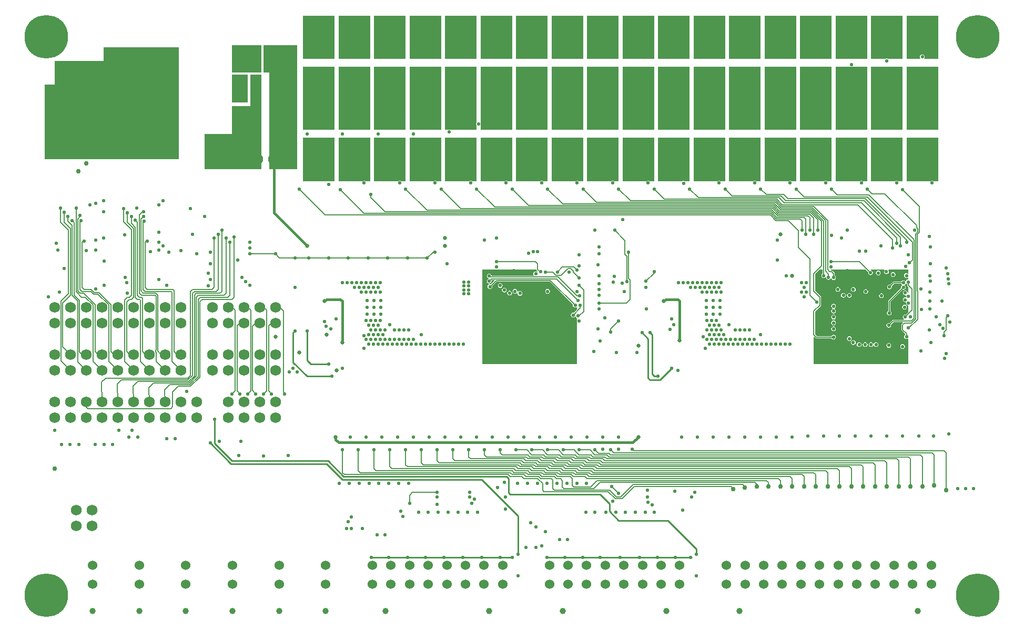
<source format=gbl>
G04*
G04 #@! TF.GenerationSoftware,Altium Limited,Altium Designer,21.4.1 (30)*
G04*
G04 Layer_Physical_Order=6*
G04 Layer_Color=16711680*
%FSLAX25Y25*%
%MOIN*%
G70*
G04*
G04 #@! TF.SameCoordinates,3F7B9525-E0B4-4A28-A4E6-3C1D8492A5F8*
G04*
G04*
G04 #@! TF.FilePolarity,Positive*
G04*
G01*
G75*
%ADD14C,0.01000*%
%ADD118C,0.03937*%
%ADD119C,0.00600*%
%ADD121C,0.01600*%
%ADD122C,0.06000*%
%ADD123C,0.06890*%
%ADD124C,0.27559*%
%ADD125C,0.02165*%
%ADD126C,0.02953*%
%ADD127C,0.02559*%
G36*
X360000Y360000D02*
X340000D01*
Y387500D01*
X360000D01*
Y360000D01*
D02*
G37*
G36*
X337500D02*
X317500D01*
Y387500D01*
X337500D01*
Y360000D01*
D02*
G37*
G36*
X315000D02*
X295000D01*
Y387500D01*
X315000D01*
Y360000D01*
D02*
G37*
G36*
X292500D02*
X272500D01*
Y387500D01*
X292500D01*
Y360000D01*
D02*
G37*
G36*
X270000D02*
X250000D01*
Y387500D01*
X270000D01*
Y360000D01*
D02*
G37*
G36*
X247500D02*
X227500D01*
Y387500D01*
X247500D01*
Y360000D01*
D02*
G37*
G36*
X225000D02*
X205000D01*
Y387500D01*
X225000D01*
Y360000D01*
D02*
G37*
G36*
X202500D02*
X182500D01*
Y387500D01*
X202500D01*
Y360000D01*
D02*
G37*
G36*
X103750Y296250D02*
X18750D01*
Y343750D01*
X25000D01*
Y358750D01*
X56250Y358750D01*
Y367500D01*
X103750D01*
Y296250D01*
D02*
G37*
G36*
X156250Y351250D02*
X137500Y351250D01*
Y368750D01*
X156250Y368750D01*
Y351250D01*
D02*
G37*
G36*
X147500Y332500D02*
X137500Y332500D01*
X137500Y350000D01*
X147500Y350000D01*
X147500Y332500D01*
D02*
G37*
G36*
X360000Y315000D02*
X340000D01*
Y355000D01*
X360000D01*
Y315000D01*
D02*
G37*
G36*
X337500D02*
X317500D01*
Y355000D01*
X337500D01*
Y315000D01*
D02*
G37*
G36*
X315000D02*
X295000D01*
Y317952D01*
X295147Y318172D01*
X295262Y318750D01*
X295147Y319328D01*
X295000Y319548D01*
Y355000D01*
X315000D01*
Y315000D01*
D02*
G37*
G36*
X292500Y319548D02*
X292353Y319328D01*
X292238Y318750D01*
X292353Y318172D01*
X292500Y317952D01*
Y315000D01*
X275798D01*
X275578Y315147D01*
X275000Y315262D01*
X274422Y315147D01*
X274202Y315000D01*
X272500D01*
Y355000D01*
X292500D01*
Y319548D01*
D02*
G37*
G36*
X270000Y315000D02*
X250000D01*
Y355000D01*
X270000D01*
Y315000D01*
D02*
G37*
G36*
X247500D02*
X227500D01*
Y355000D01*
X247500D01*
Y315000D01*
D02*
G37*
G36*
X225000D02*
X205000D01*
Y355000D01*
X225000D01*
Y315000D01*
D02*
G37*
G36*
X202500D02*
X182500D01*
Y355000D01*
X202500D01*
Y315000D01*
D02*
G37*
G36*
X178750Y368750D02*
X178750Y290000D01*
X161250D01*
X161250Y351250D01*
X157500Y351250D01*
Y368750D01*
X178750Y368750D01*
D02*
G37*
G36*
X156250Y350000D02*
X156250Y290000D01*
X120000Y290000D01*
X120000Y312500D01*
X137500D01*
Y330000D01*
X149169D01*
Y350000D01*
X156250Y350000D01*
D02*
G37*
G36*
X202500Y310001D02*
X202500Y282501D01*
X182500Y282501D01*
X182500Y310001D01*
X202500Y310001D01*
D02*
G37*
G36*
X225000Y310001D02*
X225000Y282501D01*
X222023Y282501D01*
X221819Y282637D01*
X221240Y282752D01*
X220662Y282637D01*
X220458Y282501D01*
X205000Y282501D01*
X205000Y310001D01*
X225000Y310001D01*
D02*
G37*
G36*
X337500Y310000D02*
X337500Y282501D01*
X334547Y282501D01*
X334329Y282647D01*
X333750Y282762D01*
X333172Y282647D01*
X332953Y282501D01*
X317500Y282501D01*
X317500Y310001D01*
X337500Y310000D01*
D02*
G37*
G36*
X360000Y310000D02*
X360000Y282501D01*
X357047Y282501D01*
X356828Y282647D01*
X356250Y282762D01*
X355672Y282647D01*
X355453Y282501D01*
X340000Y282501D01*
X340000Y310000D01*
X360000Y310000D01*
D02*
G37*
G36*
X270000Y310000D02*
X270000Y282500D01*
X267023Y282500D01*
X266819Y282637D01*
X266240Y282752D01*
X265662Y282637D01*
X265457Y282500D01*
X250000Y282500D01*
X250000Y310000D01*
X270000Y310000D01*
D02*
G37*
G36*
X247500D02*
X247500Y282500D01*
X244523Y282500D01*
X244319Y282637D01*
X243740Y282752D01*
X243162Y282637D01*
X242957Y282500D01*
X227500Y282500D01*
X227500Y310000D01*
X247500Y310000D01*
D02*
G37*
G36*
X315000Y310000D02*
X315000Y282500D01*
X312023Y282500D01*
X311819Y282637D01*
X311240Y282752D01*
X310662Y282637D01*
X310457Y282500D01*
X295000Y282500D01*
X295000Y310000D01*
X315000Y310000D01*
D02*
G37*
G36*
X292500D02*
X292500Y282500D01*
X289523Y282500D01*
X289319Y282637D01*
X288740Y282752D01*
X288162Y282637D01*
X287957Y282500D01*
X272500Y282500D01*
X272500Y310000D01*
X292500Y310000D01*
D02*
G37*
G36*
X330591Y225977D02*
X330745Y225745D01*
X331073Y225417D01*
X330754Y225029D01*
X330578Y225147D01*
X330000Y225262D01*
X329421Y225147D01*
X328931Y224819D01*
X328603Y224328D01*
X328488Y223750D01*
X328603Y223171D01*
X328873Y222769D01*
X328773Y222448D01*
X328651Y222269D01*
X302050D01*
X302012Y222315D01*
X301897Y222893D01*
X301569Y223384D01*
X301079Y223711D01*
X300500Y223827D01*
X299921Y223711D01*
X299431Y223384D01*
X299103Y222893D01*
X298988Y222315D01*
X299103Y221736D01*
X299431Y221246D01*
X299921Y220918D01*
X299951Y220912D01*
Y220403D01*
X299921Y220397D01*
X299431Y220069D01*
X299103Y219579D01*
X298988Y219000D01*
X299103Y218422D01*
X299431Y217931D01*
X299921Y217603D01*
X300500Y217488D01*
X301079Y217603D01*
X301569Y217931D01*
X301897Y218422D01*
X302012Y219000D01*
X301928Y219419D01*
X302296Y219786D01*
X303624D01*
X303815Y219324D01*
X301419Y216928D01*
X301000Y217012D01*
X300422Y216897D01*
X299931Y216569D01*
X299603Y216078D01*
X299488Y215500D01*
X299603Y214921D01*
X299931Y214431D01*
X300422Y214103D01*
X301000Y213988D01*
X301578Y214103D01*
X302069Y214431D01*
X302397Y214921D01*
X302512Y215500D01*
X302428Y215919D01*
X305296Y218786D01*
X338954D01*
X353572Y204169D01*
X353488Y203750D01*
X353603Y203171D01*
X353931Y202681D01*
X354421Y202353D01*
X355000Y202238D01*
X355578Y202353D01*
X355750Y202468D01*
X356250Y202201D01*
Y201009D01*
X354169Y198928D01*
X353750Y199012D01*
X353171Y198897D01*
X352681Y198569D01*
X352353Y198079D01*
X352238Y197500D01*
X352353Y196922D01*
X352681Y196431D01*
X353171Y196103D01*
X353750Y195988D01*
X354328Y196103D01*
X354819Y196431D01*
X354914Y196573D01*
X355444Y196467D01*
X355478Y196297D01*
X355806Y195806D01*
X356250Y195509D01*
Y194548D01*
X356103Y194328D01*
X355988Y193750D01*
X356103Y193172D01*
X356250Y192952D01*
Y166250D01*
X296250D01*
Y226250D01*
X330536D01*
X330591Y225977D01*
D02*
G37*
G36*
X585000Y360000D02*
X576549D01*
X576282Y360500D01*
X576397Y360671D01*
X576512Y361250D01*
X576397Y361828D01*
X576069Y362319D01*
X575578Y362647D01*
X575000Y362762D01*
X574422Y362647D01*
X573931Y362319D01*
X573603Y361828D01*
X573488Y361250D01*
X573603Y360671D01*
X573718Y360500D01*
X573451Y360000D01*
X565000D01*
Y387500D01*
X585000D01*
Y360000D01*
D02*
G37*
G36*
X562500D02*
X553298D01*
X553079Y360147D01*
X552500Y360262D01*
X551922Y360147D01*
X551702Y360000D01*
X542500D01*
Y387500D01*
X562500D01*
Y360000D01*
D02*
G37*
G36*
X540000D02*
X520000D01*
Y387500D01*
X540000D01*
Y360000D01*
D02*
G37*
G36*
X517500D02*
X497500D01*
Y387500D01*
X517500D01*
Y360000D01*
D02*
G37*
G36*
X495000D02*
X475000D01*
Y387500D01*
X495000D01*
Y360000D01*
D02*
G37*
G36*
X472500D02*
X452500D01*
Y387500D01*
X472500D01*
Y360000D01*
D02*
G37*
G36*
X450000D02*
X430000D01*
Y387500D01*
X450000D01*
Y360000D01*
D02*
G37*
G36*
X427500D02*
X407500D01*
Y387500D01*
X427500D01*
Y360000D01*
D02*
G37*
G36*
X405000D02*
X385000D01*
Y387500D01*
X405000D01*
Y360000D01*
D02*
G37*
G36*
X382500D02*
X362500D01*
Y387500D01*
X382500D01*
Y360000D01*
D02*
G37*
G36*
X585000Y315000D02*
X565000D01*
Y355000D01*
X585000D01*
Y315000D01*
D02*
G37*
G36*
X562500D02*
X542500D01*
Y355000D01*
X562500D01*
Y315000D01*
D02*
G37*
G36*
X540000D02*
X520000D01*
Y355000D01*
X540000D01*
Y315000D01*
D02*
G37*
G36*
X517500D02*
X497500D01*
Y355000D01*
X517500D01*
Y315000D01*
D02*
G37*
G36*
X495000D02*
X475000D01*
Y355000D01*
X495000D01*
Y315000D01*
D02*
G37*
G36*
X472500D02*
X452500D01*
Y355000D01*
X472500D01*
Y315000D01*
D02*
G37*
G36*
X450012D02*
X430012D01*
Y355000D01*
X450012D01*
Y315000D01*
D02*
G37*
G36*
X427500D02*
X407500D01*
Y355000D01*
X427500D01*
Y315000D01*
D02*
G37*
G36*
X405000D02*
X385000D01*
Y355000D01*
X405000D01*
Y315000D01*
D02*
G37*
G36*
X382500D02*
X362500D01*
Y355000D01*
X382500D01*
Y315000D01*
D02*
G37*
G36*
X382500Y310000D02*
X382500Y282500D01*
X379538Y282500D01*
X379319Y282647D01*
X378740Y282762D01*
X378162Y282647D01*
X377943Y282500D01*
X362500Y282501D01*
X362500Y310000D01*
X382500Y310000D01*
D02*
G37*
G36*
X405010Y310000D02*
X405010Y282500D01*
X402047Y282500D01*
X401828Y282647D01*
X401250Y282762D01*
X400671Y282647D01*
X400453Y282500D01*
X385010Y282500D01*
X385010Y310000D01*
X405010Y310000D01*
D02*
G37*
G36*
X427500Y310000D02*
X427500Y282500D01*
X424326Y282500D01*
X424240Y282558D01*
X423661Y282673D01*
X423083Y282558D01*
X422997Y282500D01*
X407500Y282500D01*
X407500Y310000D01*
X427500Y310000D01*
D02*
G37*
G36*
X450012Y310000D02*
X450012Y282500D01*
X447048Y282500D01*
X446829Y282647D01*
X446250Y282762D01*
X445672Y282647D01*
X445452Y282500D01*
X430012Y282500D01*
X430012Y310000D01*
X450012Y310000D01*
D02*
G37*
G36*
X472500Y310000D02*
X472500Y282500D01*
X469538Y282500D01*
X469319Y282647D01*
X468740Y282762D01*
X468162Y282647D01*
X467942Y282500D01*
X452500Y282500D01*
X452500Y310000D01*
X472500Y310000D01*
D02*
G37*
G36*
X517500Y310000D02*
X517500Y282500D01*
X514548Y282500D01*
X514328Y282647D01*
X513750Y282762D01*
X513171Y282647D01*
X512952Y282500D01*
X497500Y282500D01*
X497500Y310000D01*
X517500Y310000D01*
D02*
G37*
G36*
X540000Y310000D02*
X540000Y282500D01*
X537028Y282500D01*
X536868Y282608D01*
X536289Y282723D01*
X535711Y282608D01*
X535550Y282500D01*
X520000Y282500D01*
X520000Y310000D01*
X540000Y310000D01*
D02*
G37*
G36*
X562500Y310000D02*
X562500Y282500D01*
X559548Y282500D01*
X559329Y282647D01*
X558750Y282762D01*
X558172Y282647D01*
X557952Y282500D01*
X542500Y282500D01*
X542500Y310000D01*
X562500Y310000D01*
D02*
G37*
G36*
X495000D02*
X495000Y282500D01*
X492048Y282500D01*
X491828Y282647D01*
X491250Y282762D01*
X490671Y282647D01*
X490452Y282500D01*
X475000Y282500D01*
X475000Y310000D01*
X495000Y310000D01*
D02*
G37*
G36*
X585000Y310000D02*
X585000Y282500D01*
X582048Y282500D01*
X581828Y282647D01*
X581250Y282762D01*
X580672Y282647D01*
X580452Y282500D01*
X565000Y282500D01*
X565000Y310000D01*
X585000Y310000D01*
D02*
G37*
G36*
X566250Y224049D02*
X565750Y223782D01*
X565579Y223897D01*
X565000Y224012D01*
X564422Y223897D01*
X563931Y223569D01*
X563603Y223078D01*
X563488Y222500D01*
X563603Y221921D01*
X563931Y221431D01*
X564422Y221103D01*
X565000Y220988D01*
X565579Y221103D01*
X565750Y221218D01*
X566250Y220951D01*
Y220217D01*
X566000Y220012D01*
X565421Y219897D01*
X564931Y219569D01*
X564634Y219124D01*
X564385Y219063D01*
X564086Y219043D01*
X564069Y219069D01*
X563579Y219397D01*
X563000Y219512D01*
X562422Y219397D01*
X561931Y219069D01*
X561694Y218714D01*
X556924D01*
X556651Y218659D01*
X556420Y218505D01*
X554612Y216697D01*
X554193Y216780D01*
X553614Y216665D01*
X553124Y216337D01*
X552796Y215847D01*
X552681Y215268D01*
X552796Y214690D01*
X553124Y214199D01*
X553614Y213872D01*
X554193Y213757D01*
X554771Y213872D01*
X555262Y214199D01*
X555589Y214690D01*
X555704Y215268D01*
X555621Y215687D01*
X557220Y217286D01*
X561694D01*
X561931Y216931D01*
X562126Y216801D01*
Y216199D01*
X561931Y216069D01*
X561603Y215579D01*
X561488Y215000D01*
X561572Y214581D01*
X553515Y206524D01*
X553360Y206292D01*
X553306Y206019D01*
Y200056D01*
X552950Y199819D01*
X552623Y199328D01*
X552508Y198750D01*
X552623Y198171D01*
X552950Y197681D01*
X553441Y197353D01*
X554019Y197238D01*
X554598Y197353D01*
X555088Y197681D01*
X555416Y198171D01*
X555531Y198750D01*
X555416Y199328D01*
X555088Y199819D01*
X554733Y200056D01*
Y205724D01*
X562581Y213572D01*
X563000Y213488D01*
X563579Y213603D01*
X564069Y213931D01*
X564397Y214422D01*
X564512Y215000D01*
X564397Y215579D01*
X564069Y216069D01*
X563874Y216199D01*
Y216801D01*
X564069Y216931D01*
X564366Y217376D01*
X564615Y217437D01*
X564895Y217456D01*
X565286Y217127D01*
Y216500D01*
X565341Y216227D01*
X565495Y215995D01*
X566250Y215241D01*
Y211230D01*
X566065Y211162D01*
X565629Y211536D01*
X565645Y211617D01*
X565530Y212195D01*
X565202Y212686D01*
X564712Y213013D01*
X564133Y213128D01*
X563555Y213013D01*
X563064Y212686D01*
X562737Y212195D01*
X562622Y211617D01*
X562737Y211038D01*
X563064Y210548D01*
X563555Y210220D01*
X564133Y210105D01*
X564425Y210163D01*
X564461Y210145D01*
X564810Y209730D01*
X564738Y209371D01*
X564793Y209097D01*
X564380Y208670D01*
X564242Y208697D01*
X563663Y208582D01*
X563173Y208254D01*
X562845Y207764D01*
X562730Y207185D01*
X562845Y206607D01*
X563173Y206116D01*
X563663Y205789D01*
X564242Y205674D01*
X564380Y205701D01*
X564793Y205273D01*
X564738Y205000D01*
X564853Y204421D01*
X565181Y203931D01*
X565671Y203603D01*
X566250Y203488D01*
Y199456D01*
X564469Y197675D01*
X564050Y197758D01*
X563472Y197643D01*
X562981Y197316D01*
X562653Y196825D01*
X562538Y196247D01*
X562653Y195668D01*
X562981Y195178D01*
X563301Y194964D01*
X563149Y194464D01*
X556519D01*
X556246Y194409D01*
X556015Y194255D01*
X554169Y192409D01*
X553750Y192492D01*
X553171Y192377D01*
X552681Y192050D01*
X552353Y191559D01*
X552238Y190981D01*
X552353Y190402D01*
X552681Y189912D01*
X553171Y189584D01*
X553750Y189469D01*
X554328Y189584D01*
X554819Y189912D01*
X555147Y190402D01*
X555262Y190981D01*
X555178Y191400D01*
X556815Y193036D01*
X562570D01*
X562777Y192536D01*
X561995Y191755D01*
X561841Y191523D01*
X561786Y191250D01*
Y188125D01*
X561841Y187852D01*
X561995Y187620D01*
X564121Y185494D01*
X564077Y184916D01*
X563931Y184819D01*
X563603Y184328D01*
X563488Y183750D01*
X563603Y183171D01*
X563931Y182681D01*
X564422Y182353D01*
X565000Y182238D01*
X565579Y182353D01*
X565750Y182468D01*
X566250Y182201D01*
Y166250D01*
X506250D01*
Y183337D01*
X506712Y183529D01*
X507290Y182950D01*
X507522Y182796D01*
X507795Y182741D01*
X517444D01*
X517681Y182386D01*
X518172Y182058D01*
X518750Y181943D01*
X519328Y182058D01*
X519819Y182386D01*
X520147Y182877D01*
X520262Y183455D01*
X520147Y184034D01*
X519819Y184524D01*
X519328Y184852D01*
X518750Y184967D01*
X518172Y184852D01*
X517681Y184524D01*
X517444Y184169D01*
X508091D01*
X506964Y185296D01*
Y199607D01*
X510687Y203330D01*
X510842Y203562D01*
X510896Y203835D01*
Y208817D01*
X510842Y209090D01*
X510687Y209322D01*
X506964Y213046D01*
Y223454D01*
X509759Y226250D01*
X511786D01*
Y223806D01*
X511431Y223569D01*
X511103Y223078D01*
X510988Y222500D01*
X511103Y221921D01*
X511431Y221431D01*
X511922Y221103D01*
X512500Y220988D01*
X513078Y221103D01*
X513569Y221431D01*
X513628Y221519D01*
X514099Y221324D01*
X514095Y221306D01*
X514210Y220728D01*
X514538Y220237D01*
X515028Y219910D01*
X515607Y219795D01*
X516185Y219910D01*
X516676Y220237D01*
X516882Y220546D01*
X516976Y220571D01*
X517438Y220545D01*
X517681Y220181D01*
X518172Y219853D01*
X518750Y219738D01*
X519328Y219853D01*
X519819Y220181D01*
X520147Y220672D01*
X520262Y221250D01*
X520147Y221829D01*
X519819Y222319D01*
X519520Y222519D01*
Y223694D01*
X519466Y223967D01*
X519311Y224198D01*
X518005Y225505D01*
X517773Y225659D01*
X517500Y225714D01*
X516982D01*
X516957Y225750D01*
X517225Y226250D01*
X539241D01*
X540772Y224719D01*
X540688Y224300D01*
X540803Y223722D01*
X541131Y223231D01*
X541621Y222903D01*
X542200Y222788D01*
X542778Y222903D01*
X543269Y223231D01*
X543597Y223722D01*
X543712Y224300D01*
X543597Y224879D01*
X543269Y225369D01*
X542778Y225697D01*
X542510Y225750D01*
X542560Y226250D01*
X550753D01*
X551021Y225750D01*
X550853Y225499D01*
X550738Y224921D01*
X550853Y224342D01*
X551181Y223852D01*
X551672Y223524D01*
X552250Y223409D01*
X552829Y223524D01*
X553319Y223852D01*
X553647Y224342D01*
X553762Y224921D01*
X553647Y225499D01*
X553479Y225750D01*
X553747Y226250D01*
X566250D01*
Y224049D01*
D02*
G37*
%LPC*%
G36*
X307500Y217762D02*
X306922Y217647D01*
X306431Y217319D01*
X306103Y216828D01*
X305988Y216250D01*
X306103Y215671D01*
X306431Y215181D01*
X306922Y214853D01*
X307500Y214738D01*
X308079Y214853D01*
X308569Y215181D01*
X308897Y215671D01*
X309012Y216250D01*
X308897Y216828D01*
X308569Y217319D01*
X308079Y217647D01*
X307500Y217762D01*
D02*
G37*
G36*
X310085Y214807D02*
X309507Y214692D01*
X309016Y214364D01*
X308689Y213874D01*
X308574Y213295D01*
X308689Y212717D01*
X309016Y212226D01*
X309507Y211899D01*
X310085Y211784D01*
X310664Y211899D01*
X311154Y212226D01*
X311482Y212717D01*
X311597Y213295D01*
X311482Y213874D01*
X311154Y214364D01*
X310664Y214692D01*
X310085Y214807D01*
D02*
G37*
G36*
X337500Y214012D02*
X336922Y213897D01*
X336431Y213569D01*
X336103Y213078D01*
X335988Y212500D01*
X336103Y211922D01*
X336431Y211431D01*
X336922Y211103D01*
X337500Y210988D01*
X338078Y211103D01*
X338569Y211431D01*
X338897Y211922D01*
X339012Y212500D01*
X338897Y213078D01*
X338569Y213569D01*
X338078Y213897D01*
X337500Y214012D01*
D02*
G37*
G36*
X313455Y212898D02*
X312877Y212783D01*
X312386Y212456D01*
X312058Y211965D01*
X311943Y211387D01*
X312058Y210808D01*
X312386Y210318D01*
X312877Y209990D01*
X313455Y209875D01*
X314034Y209990D01*
X314524Y210318D01*
X314852Y210808D01*
X314967Y211387D01*
X314852Y211965D01*
X314524Y212456D01*
X314034Y212783D01*
X313455Y212898D01*
D02*
G37*
G36*
X316875Y214012D02*
X316297Y213897D01*
X315806Y213569D01*
X315478Y213078D01*
X315363Y212500D01*
X315478Y211922D01*
X315806Y211431D01*
X316297Y211103D01*
X316875Y210988D01*
X317454Y211103D01*
X317944Y211431D01*
X318044Y211581D01*
X318515Y211386D01*
X318488Y211250D01*
X318603Y210671D01*
X318931Y210181D01*
X319422Y209853D01*
X320000Y209738D01*
X320579Y209853D01*
X321069Y210181D01*
X321397Y210671D01*
X321512Y211250D01*
X321397Y211828D01*
X321069Y212319D01*
X320579Y212647D01*
X320000Y212762D01*
X319422Y212647D01*
X318931Y212319D01*
X318831Y212169D01*
X318360Y212364D01*
X318387Y212500D01*
X318272Y213078D01*
X317944Y213569D01*
X317454Y213897D01*
X316875Y214012D01*
D02*
G37*
G36*
X547077Y225685D02*
X546498Y225570D01*
X546008Y225242D01*
X545680Y224751D01*
X545565Y224173D01*
X545680Y223594D01*
X546008Y223104D01*
X546498Y222776D01*
X547077Y222661D01*
X547655Y222776D01*
X548146Y223104D01*
X548474Y223594D01*
X548589Y224173D01*
X548474Y224751D01*
X548146Y225242D01*
X547655Y225570D01*
X547077Y225685D01*
D02*
G37*
G36*
X556500Y224675D02*
X555922Y224560D01*
X555431Y224232D01*
X555103Y223742D01*
X554988Y223163D01*
X555103Y222585D01*
X555431Y222094D01*
X555922Y221767D01*
X556500Y221652D01*
X557079Y221767D01*
X557569Y222094D01*
X557897Y222585D01*
X558012Y223163D01*
X557897Y223742D01*
X557569Y224232D01*
X557079Y224560D01*
X556500Y224675D01*
D02*
G37*
G36*
X531250Y215262D02*
X530672Y215147D01*
X530181Y214819D01*
X529853Y214329D01*
X529738Y213750D01*
X529853Y213172D01*
X530181Y212681D01*
X530672Y212353D01*
X531250Y212238D01*
X531828Y212353D01*
X532319Y212681D01*
X532647Y213172D01*
X532762Y213750D01*
X532647Y214329D01*
X532319Y214819D01*
X531828Y215147D01*
X531250Y215262D01*
D02*
G37*
G36*
X521486D02*
X520908Y215147D01*
X520417Y214819D01*
X520090Y214329D01*
X519975Y213750D01*
X520090Y213172D01*
X520417Y212681D01*
X520908Y212353D01*
X521486Y212238D01*
X522065Y212353D01*
X522555Y212681D01*
X522883Y213172D01*
X522998Y213750D01*
X522883Y214329D01*
X522555Y214819D01*
X522065Y215147D01*
X521486Y215262D01*
D02*
G37*
G36*
X539203Y213912D02*
X538624Y213797D01*
X538134Y213469D01*
X537806Y212979D01*
X537691Y212400D01*
X537806Y211822D01*
X538134Y211331D01*
X538624Y211003D01*
X539203Y210888D01*
X539781Y211003D01*
X540272Y211331D01*
X540599Y211822D01*
X540715Y212400D01*
X540599Y212979D01*
X540272Y213469D01*
X539781Y213797D01*
X539203Y213912D01*
D02*
G37*
G36*
X528750Y211512D02*
X528171Y211397D01*
X527681Y211069D01*
X527353Y210578D01*
X527238Y210000D01*
X527353Y209421D01*
X527681Y208931D01*
X528171Y208603D01*
X528750Y208488D01*
X529328Y208603D01*
X529819Y208931D01*
X530147Y209421D01*
X530262Y210000D01*
X530147Y210578D01*
X529819Y211069D01*
X529328Y211397D01*
X528750Y211512D01*
D02*
G37*
G36*
X525000D02*
X524422Y211397D01*
X523931Y211069D01*
X523603Y210578D01*
X523488Y210000D01*
X523603Y209421D01*
X523931Y208931D01*
X524422Y208603D01*
X525000Y208488D01*
X525578Y208603D01*
X526069Y208931D01*
X526397Y209421D01*
X526512Y210000D01*
X526397Y210578D01*
X526069Y211069D01*
X525578Y211397D01*
X525000Y211512D01*
D02*
G37*
G36*
X549045Y211217D02*
X548466Y211102D01*
X547976Y210774D01*
X547648Y210283D01*
X547533Y209705D01*
X547648Y209126D01*
X547976Y208636D01*
X548466Y208308D01*
X549045Y208193D01*
X549623Y208308D01*
X550114Y208636D01*
X550442Y209126D01*
X550557Y209705D01*
X550442Y210283D01*
X550114Y210774D01*
X549623Y211102D01*
X549045Y211217D01*
D02*
G37*
G36*
X563750Y204012D02*
X563171Y203897D01*
X562681Y203569D01*
X562353Y203079D01*
X562238Y202500D01*
X562353Y201922D01*
X562681Y201431D01*
X563171Y201103D01*
X563750Y200988D01*
X564328Y201103D01*
X564819Y201431D01*
X565147Y201922D01*
X565262Y202500D01*
X565147Y203079D01*
X564819Y203569D01*
X564328Y203897D01*
X563750Y204012D01*
D02*
G37*
G36*
X518750Y204637D02*
X518172Y204522D01*
X517681Y204194D01*
X517353Y203703D01*
X517238Y203125D01*
X517353Y202547D01*
X517681Y202056D01*
X518004Y201840D01*
X518011Y201822D01*
Y201303D01*
X518004Y201285D01*
X517681Y201069D01*
X517353Y200578D01*
X517238Y200000D01*
X517353Y199422D01*
X517681Y198931D01*
X518172Y198603D01*
X518750Y198488D01*
X519328Y198603D01*
X519819Y198931D01*
X520147Y199422D01*
X520262Y200000D01*
X520147Y200578D01*
X519819Y201069D01*
X519496Y201285D01*
X519489Y201303D01*
Y201822D01*
X519496Y201840D01*
X519819Y202056D01*
X520147Y202547D01*
X520262Y203125D01*
X520147Y203703D01*
X519819Y204194D01*
X519328Y204522D01*
X518750Y204637D01*
D02*
G37*
G36*
Y197762D02*
X518172Y197647D01*
X517681Y197319D01*
X517353Y196828D01*
X517238Y196250D01*
X517353Y195671D01*
X517681Y195181D01*
X518172Y194853D01*
X518750Y194738D01*
X519328Y194853D01*
X519819Y195181D01*
X520147Y195671D01*
X520262Y196250D01*
X520147Y196828D01*
X519819Y197319D01*
X519328Y197647D01*
X518750Y197762D01*
D02*
G37*
G36*
Y194012D02*
X518172Y193897D01*
X517681Y193569D01*
X517353Y193078D01*
X517238Y192500D01*
X517353Y191921D01*
X517681Y191431D01*
X518172Y191103D01*
X518750Y190988D01*
X519328Y191103D01*
X519819Y191431D01*
X520147Y191921D01*
X520262Y192500D01*
X520147Y193078D01*
X519819Y193569D01*
X519328Y193897D01*
X518750Y194012D01*
D02*
G37*
G36*
Y190262D02*
X518172Y190147D01*
X517681Y189819D01*
X517353Y189329D01*
X517238Y188750D01*
X517353Y188172D01*
X517681Y187681D01*
X518172Y187353D01*
X518750Y187238D01*
X519328Y187353D01*
X519819Y187681D01*
X520147Y188172D01*
X520262Y188750D01*
X520147Y189329D01*
X519819Y189819D01*
X519328Y190147D01*
X518750Y190262D01*
D02*
G37*
G36*
X528750Y184012D02*
X528171Y183897D01*
X527681Y183569D01*
X527353Y183079D01*
X527238Y182500D01*
X527353Y181922D01*
X527681Y181431D01*
X528171Y181103D01*
X528750Y180988D01*
X529328Y181103D01*
X529819Y181431D01*
X530147Y181922D01*
X530262Y182500D01*
X530147Y183079D01*
X529819Y183569D01*
X529328Y183897D01*
X528750Y184012D01*
D02*
G37*
G36*
X545649Y180262D02*
X545071Y180147D01*
X544580Y179819D01*
X544352Y179478D01*
X544301Y179461D01*
X543848D01*
X543797Y179478D01*
X543569Y179819D01*
X543079Y180147D01*
X542500Y180262D01*
X541922Y180147D01*
X541431Y179819D01*
X541103Y179329D01*
X540988Y178750D01*
X541103Y178172D01*
X541431Y177681D01*
X541922Y177353D01*
X542500Y177238D01*
X543079Y177353D01*
X543569Y177681D01*
X543797Y178022D01*
X543848Y178039D01*
X544301D01*
X544352Y178022D01*
X544580Y177681D01*
X545071Y177353D01*
X545649Y177238D01*
X546228Y177353D01*
X546718Y177681D01*
X547046Y178172D01*
X547161Y178750D01*
X547046Y179329D01*
X546718Y179819D01*
X546228Y180147D01*
X545649Y180262D01*
D02*
G37*
G36*
X531250Y181512D02*
X530672Y181397D01*
X530181Y181069D01*
X529853Y180578D01*
X529738Y180000D01*
X529853Y179421D01*
X530181Y178931D01*
X530672Y178603D01*
X531250Y178488D01*
X531828Y178603D01*
X532319Y178931D01*
X532647Y179421D01*
X532762Y180000D01*
X532647Y180578D01*
X532319Y181069D01*
X531828Y181397D01*
X531250Y181512D01*
D02*
G37*
G36*
X538788Y180262D02*
X538210Y180147D01*
X537719Y179819D01*
X537392Y179329D01*
X537277Y178750D01*
X537392Y178172D01*
X537719Y177681D01*
X538210Y177353D01*
X538788Y177238D01*
X539367Y177353D01*
X539857Y177681D01*
X540185Y178172D01*
X540300Y178750D01*
X540185Y179329D01*
X539857Y179819D01*
X539367Y180147D01*
X538788Y180262D01*
D02*
G37*
G36*
X535000D02*
X534421Y180147D01*
X533931Y179819D01*
X533603Y179329D01*
X533488Y178750D01*
X533603Y178172D01*
X533931Y177681D01*
X534421Y177353D01*
X535000Y177238D01*
X535578Y177353D01*
X536069Y177681D01*
X536397Y178172D01*
X536512Y178750D01*
X536397Y179329D01*
X536069Y179819D01*
X535578Y180147D01*
X535000Y180262D01*
D02*
G37*
G36*
X553750Y179720D02*
X553171Y179605D01*
X552681Y179278D01*
X552353Y178787D01*
X552238Y178209D01*
X552353Y177630D01*
X552681Y177140D01*
X553171Y176812D01*
X553750Y176697D01*
X554328Y176812D01*
X554819Y177140D01*
X555147Y177630D01*
X555262Y178209D01*
X555147Y178787D01*
X554819Y179278D01*
X554328Y179605D01*
X553750Y179720D01*
D02*
G37*
G36*
X562500Y178982D02*
X561922Y178867D01*
X561431Y178539D01*
X561103Y178049D01*
X560988Y177470D01*
X561103Y176892D01*
X561431Y176401D01*
X561922Y176073D01*
X562500Y175958D01*
X563078Y176073D01*
X563569Y176401D01*
X563897Y176892D01*
X564012Y177470D01*
X563897Y178049D01*
X563569Y178539D01*
X563078Y178867D01*
X562500Y178982D01*
D02*
G37*
%LPD*%
D14*
X370625Y83750D02*
X376758Y77617D01*
Y72998D02*
Y77617D01*
Y72998D02*
X382568Y67188D01*
X418415Y43753D02*
X428747D01*
X382568Y67188D02*
X413682D01*
X431875Y48995D01*
X295625Y93125D02*
X318750Y70000D01*
Y45625D02*
Y70000D01*
X207456Y93125D02*
X295625D01*
X312736Y84767D02*
Y93750D01*
Y84767D02*
X313753Y83750D01*
X311436Y95050D02*
X312736Y93750D01*
X431875Y45625D02*
Y48995D01*
X363125Y83750D02*
X370625D01*
X337165Y43753D02*
X348415D01*
X428125Y43750D02*
X428744D01*
X428747Y43753D01*
X307500Y43750D02*
X315000D01*
X295625D02*
X307500D01*
X283750D02*
X295625D01*
X271875D02*
X283750D01*
X260000D02*
X271875D01*
X248750D02*
X260000D01*
X236875D02*
X248750D01*
X225625D02*
X236875D01*
X197416Y103165D02*
X207456Y93125D01*
X208253Y95050D02*
X311436D01*
X176250Y186250D02*
X177500Y187500D01*
X176250Y167500D02*
Y186250D01*
Y167500D02*
X185000Y158750D01*
Y168750D02*
Y187500D01*
Y168750D02*
X187500Y166250D01*
X198750D01*
X185000Y158750D02*
X200670D01*
X408750Y156250D02*
X416250Y163750D01*
X397500Y186250D02*
X401250Y182500D01*
Y157500D02*
Y182500D01*
Y157500D02*
X402500Y156250D01*
X408750D01*
X402500Y186250D02*
X403750Y185000D01*
Y160000D02*
Y185000D01*
Y160000D02*
X405000Y158750D01*
X407500D01*
X136835Y103165D02*
X197416D01*
X198303Y105000D02*
X208253Y95050D01*
X137500Y105000D02*
X198303D01*
X126483Y116017D02*
X137500Y105000D01*
X123750Y116250D02*
X136835Y103165D01*
X126483Y116017D02*
Y131250D01*
X370915Y43753D02*
X383415D01*
X395915D01*
X313753Y83750D02*
X314567D01*
X363125Y83750D01*
X348415Y43753D02*
X359665D01*
X370915D01*
X395915D02*
X407165D01*
X418415D01*
D118*
X234866Y9843D02*
D03*
X300567D02*
D03*
X459248Y9843D02*
D03*
X572248D02*
D03*
X196850Y9843D02*
D03*
X137795D02*
D03*
X347071D02*
D03*
X412772D02*
D03*
X167323D02*
D03*
X108268D02*
D03*
X78740D02*
D03*
X49213D02*
D03*
D119*
X80696Y263054D02*
X81540D01*
X387736Y218750D02*
Y234764D01*
X386567Y235933D02*
X387736Y234764D01*
X386567Y235933D02*
Y244683D01*
X344108Y221555D02*
X355990Y209673D01*
X301260Y221555D02*
X344108D01*
X353817Y224683D02*
X357500Y221000D01*
X353817Y224683D02*
Y225257D01*
X352154Y226920D02*
X353817Y225257D01*
X350346Y226920D02*
X352154D01*
X540000Y272500D02*
X568683Y243817D01*
Y232433D02*
Y243817D01*
X566875Y230625D02*
X568683Y232433D01*
X565000Y243750D02*
Y244971D01*
X515000Y226250D02*
Y257500D01*
X513750Y225300D02*
Y257336D01*
X515000Y226250D02*
X516250Y225000D01*
X513750Y225300D02*
X515607Y223443D01*
X558750Y243125D02*
Y246250D01*
X536299Y268701D02*
X558750Y246250D01*
X534080Y267451D02*
X556250Y245281D01*
Y240000D02*
Y245281D01*
X561250Y241250D02*
Y246837D01*
X538087Y270000D02*
X561250Y246837D01*
X538721Y271250D02*
X565000Y244971D01*
X517508Y270000D02*
X538087D01*
X489799Y271250D02*
X538721D01*
X208750Y96250D02*
X312500D01*
X207500Y97500D02*
X208750Y96250D01*
X312500D02*
X313750Y95000D01*
X370625Y91250D02*
X468750Y91250D01*
X366869Y87494D02*
X370625Y91250D01*
X468750Y91250D02*
X470000Y90000D01*
X462500Y88125D02*
Y88750D01*
X378125D02*
X382500Y84375D01*
X251875Y85000D02*
X267500D01*
X250000Y83125D02*
X251875Y85000D01*
X250000Y78125D02*
Y83125D01*
X170000Y148607D02*
X170866Y147741D01*
X377500Y111875D02*
X379424Y109951D01*
X581250D01*
X376500Y109750D02*
X377549Y108701D01*
X369625Y109750D02*
X376500D01*
X367500Y111875D02*
X369625Y109750D01*
X362500Y103750D02*
X370000D01*
X361250Y105000D02*
X362500Y103750D01*
X370000D02*
X371299Y102451D01*
X363750Y95000D02*
X491250D01*
X365049Y96201D02*
X498750D01*
X366299Y97451D02*
X506250D01*
X367549Y98701D02*
X513750D01*
X368799Y99951D02*
X521250D01*
X370049Y101201D02*
X528750D01*
X371299Y102451D02*
X536250D01*
X372549Y103701D02*
X543750D01*
X373799Y104951D02*
X551250D01*
X362500Y93750D02*
X483750D01*
X380375Y80875D02*
X384625D01*
X375929Y85321D02*
X380375Y80875D01*
X381250Y81875D02*
X383750D01*
X376631Y86494D02*
X381250Y81875D01*
X392500Y88750D02*
X395000D01*
X384625Y80875D02*
X392500Y88750D01*
X393750Y90000D02*
X461250Y90000D01*
X391875Y90000D02*
X393750D01*
X383750Y81875D02*
X391875Y90000D01*
X341625Y86494D02*
X376631D01*
X335255Y85321D02*
X375929D01*
X395000Y88750D02*
X453750Y88750D01*
X218750Y97500D02*
X313750D01*
X228750Y98750D02*
X315000D01*
X227500Y100000D02*
X228750Y98750D01*
X217500D02*
X218750Y97500D01*
X315000Y98750D02*
X316250Y97500D01*
X313750D02*
X315000Y96250D01*
X238750Y100000D02*
X316250D01*
X237500Y101250D02*
X238750Y100000D01*
X248750Y101250D02*
X317500D01*
X247500Y102500D02*
X248750Y101250D01*
X316250Y100000D02*
X317500Y98750D01*
Y101250D02*
X318750Y100000D01*
X339250Y219500D02*
X355000Y203750D01*
X305000Y219500D02*
X339250D01*
X343097Y220500D02*
X356889Y206708D01*
X302000Y220500D02*
X343097D01*
X301000Y215500D02*
X305000Y219500D01*
X300500Y219000D02*
X302000Y220500D01*
X355990Y209673D02*
X357617D01*
X300500Y222315D02*
X301260Y221555D01*
X342846Y222555D02*
X345981D01*
X340663Y224738D02*
X342846Y222555D01*
X345981D02*
X350346Y226920D01*
X336250Y224738D02*
X340663D01*
X354080Y227920D02*
X356000Y226000D01*
X346933Y227920D02*
X354080D01*
X343750Y224738D02*
X346933Y227920D01*
X111272Y152201D02*
X117171Y158100D01*
X103421Y152201D02*
X111272D01*
X99921Y148701D02*
X103421Y152201D01*
X117171Y205951D02*
X118671Y207451D01*
X117171Y158100D02*
Y205951D01*
X110858Y153201D02*
X116171Y158514D01*
X98171Y153201D02*
X110858D01*
X94921Y149951D02*
X98171Y153201D01*
X116171Y158514D02*
Y207451D01*
X110444Y154201D02*
X114921Y158678D01*
X87921Y154201D02*
X110444D01*
X84921Y151201D02*
X87921Y154201D01*
X114921Y158678D02*
Y208701D01*
X110029Y155201D02*
X113671Y158843D01*
X77671Y155201D02*
X110029D01*
X74921Y152451D02*
X77671Y155201D01*
X113671Y158843D02*
Y209951D01*
X112421Y159007D02*
Y211201D01*
X109615Y156201D02*
X112421Y159007D01*
X67421Y156201D02*
X109615D01*
X111171Y159171D02*
Y212451D01*
X109451Y157451D02*
X111171Y159171D01*
X57421Y157451D02*
X109451D01*
X64921Y153701D02*
X67421Y156201D01*
X54921Y154951D02*
X57421Y157451D01*
X569683Y195346D02*
Y245317D01*
X541250Y273750D02*
X569683Y245317D01*
X570683Y194932D02*
Y248846D01*
X571817Y213163D02*
Y248566D01*
X570683Y248846D02*
X572183Y250346D01*
X571817Y248566D02*
X573183Y249932D01*
X571817Y213163D02*
X571995Y212985D01*
X568404Y194067D02*
X569683Y195346D01*
X568087Y194067D02*
X568404D01*
X566000Y216500D02*
X568433Y214067D01*
Y200629D02*
Y214067D01*
X564050Y196247D02*
X568433Y200629D01*
X568501Y192750D02*
X570683Y194932D01*
X566540Y189375D02*
X571995Y194830D01*
Y212985D01*
X556519Y193750D02*
X568087D01*
X563750Y192500D02*
X568251D01*
X568087Y193750D02*
Y194067D01*
X568251Y192750D02*
X568501D01*
X568251Y192500D02*
Y192750D01*
X566000Y216500D02*
Y218500D01*
X562500Y277000D02*
X573183Y266317D01*
Y249932D02*
Y266317D01*
X571317Y253019D02*
Y254293D01*
Y253019D02*
X572183Y252154D01*
Y250346D02*
Y252154D01*
X551250Y274360D02*
X571317Y254293D01*
X566250Y189375D02*
X566540D01*
X565000Y183750D02*
Y185625D01*
X562500Y188125D02*
X565000Y185625D01*
X234567Y262933D02*
X479504D01*
X225500Y272000D02*
X234567Y262933D01*
X225500Y272000D02*
Y274000D01*
X590183Y188096D02*
Y195808D01*
X588750Y186663D02*
X590183Y188096D01*
X588750Y184375D02*
Y186663D01*
X590183Y195808D02*
X591250Y196875D01*
X556924Y218000D02*
X563000D01*
X554019Y206019D02*
X563000Y215000D01*
X554019Y198750D02*
Y206019D01*
X554193Y215268D02*
X556924Y218000D01*
X503750Y209973D02*
X508000Y205723D01*
X503750Y209973D02*
Y233163D01*
X506250Y212750D02*
X510183Y208817D01*
X506250Y199902D02*
X510183Y203835D01*
Y208817D01*
X506250Y212750D02*
Y223750D01*
Y185000D02*
Y199902D01*
X535250Y231250D02*
X542200Y224300D01*
X517244Y231250D02*
X535250D01*
X33750Y211089D02*
Y251250D01*
X29145Y206484D02*
X33750Y211089D01*
X35000Y210000D02*
Y252500D01*
X30145Y205145D02*
X35000Y210000D01*
X33750Y253750D02*
X35000Y252500D01*
X29145Y168355D02*
Y206484D01*
X48163Y213750D02*
X50096Y211817D01*
X43750Y213750D02*
X48163D01*
X50625Y174316D02*
Y204151D01*
X43526Y211250D02*
X50625Y204151D01*
X41250Y211250D02*
X43526D01*
X42268Y208817D02*
X44544D01*
X38692Y212393D02*
X42268Y208817D01*
X38692Y212393D02*
Y265192D01*
X49375Y168054D02*
Y203987D01*
X44544Y208817D02*
X49375Y203987D01*
X49682Y210817D02*
X52544D01*
X50096Y211817D02*
X52959D01*
X47999Y212500D02*
X49682Y210817D01*
X42500Y212500D02*
X47999D01*
X60625Y174316D02*
Y204151D01*
X52959Y211817D02*
X60625Y204151D01*
X59375Y168054D02*
Y203987D01*
X52544Y210817D02*
X59375Y203987D01*
X148750Y236250D02*
X165000D01*
X167500Y233750D01*
X177500D01*
X186250D01*
X198750D01*
X211250D01*
X223750D01*
X236250D01*
X248750D01*
X261250D01*
X265000Y237500D01*
X266250D01*
X380000Y251250D02*
X386567Y244683D01*
X405000Y223977D02*
Y225000D01*
X399911Y218888D02*
X405000Y223977D01*
X478675Y260933D02*
X482108Y257500D01*
X196567Y260933D02*
X478675D01*
X180000Y277500D02*
X196567Y260933D01*
X479089Y261933D02*
X482522Y258500D01*
X221245Y261933D02*
X479089D01*
X206250Y276928D02*
X221245Y261933D01*
X479504Y262933D02*
X482936Y259500D01*
X479918Y263933D02*
X483351Y260500D01*
X261067Y263933D02*
X479918D01*
X247500Y277500D02*
X261067Y263933D01*
X480332Y264933D02*
X483765Y261500D01*
X282567Y264933D02*
X480332D01*
X270000Y277500D02*
X282567Y264933D01*
X480746Y265933D02*
X484179Y262500D01*
X304067Y265933D02*
X480746D01*
X292500Y277500D02*
X304067Y265933D01*
X481160Y266933D02*
X484593Y263500D01*
X325567Y266933D02*
X481160D01*
X315000Y277500D02*
X325567Y266933D01*
X481575Y267933D02*
X485007Y264500D01*
X347067Y267933D02*
X481575D01*
X337500Y277500D02*
X347067Y267933D01*
X481989Y268933D02*
X485422Y265500D01*
X368567Y268933D02*
X481989D01*
X360000Y277500D02*
X368567Y268933D01*
X482108Y257500D02*
X490000D01*
X482522Y258500D02*
X497500D01*
X389919Y207449D02*
Y219654D01*
X388671Y206201D02*
X389919Y207449D01*
X388750Y220823D02*
X389919Y219654D01*
X340625Y87494D02*
X341625Y86494D01*
X334375Y86201D02*
X335255Y85321D01*
X140625Y149375D02*
X142500Y147500D01*
X147500D02*
X149375Y149375D01*
X543140Y274360D02*
X551250D01*
X540000Y277500D02*
X543140Y274360D01*
X521250Y273750D02*
X541250D01*
X517500Y277500D02*
X521250Y273750D01*
X500000Y272500D02*
X540000D01*
X495000Y277500D02*
X500000Y272500D01*
X472500Y277500D02*
X475996Y274004D01*
X450012Y277500D02*
X454508Y273004D01*
X432996Y272004D02*
X484000D01*
X427500Y277500D02*
X432996Y272004D01*
X405000Y277500D02*
X411496Y271004D01*
X382500Y277500D02*
X389996Y270004D01*
X515098Y267451D02*
X534080D01*
X511250Y228750D02*
Y257007D01*
X506250Y223750D02*
X511250Y228750D01*
X507795Y183455D02*
X518750D01*
X506250Y185000D02*
X507795Y183455D01*
X496567Y240346D02*
X503750Y233163D01*
X562500Y188125D02*
Y191250D01*
X563750Y192500D01*
X553750Y190981D02*
X556519Y193750D01*
X353750Y197500D02*
X358125Y201875D01*
X137500Y147500D02*
X139375Y149375D01*
X150375Y149625D02*
X152500Y147500D01*
X157500D02*
X159375Y149375D01*
X162483Y147517D02*
Y147517D01*
X49375Y168054D02*
X55000Y162500D01*
X99375Y168054D02*
X105000Y162500D01*
X99375Y168054D02*
Y211874D01*
X89375Y168054D02*
Y173863D01*
X89174Y174064D02*
X89375Y173863D01*
X89174Y174064D02*
Y175059D01*
X89375Y175260D01*
Y209372D01*
Y168054D02*
X95000Y162500D01*
X79375Y168054D02*
X85000Y162500D01*
X79375Y168054D02*
Y206875D01*
X69375Y168054D02*
X75000Y162500D01*
X69375Y168054D02*
Y206875D01*
X59375Y168054D02*
X65000Y162500D01*
X39692Y212808D02*
X41250Y211250D01*
X39692Y258442D02*
X41250Y260000D01*
X39692Y212808D02*
Y258442D01*
X38692Y265192D02*
X38750Y265250D01*
X41250Y260000D02*
Y260802D01*
X30145Y177355D02*
X35000Y172500D01*
X30145Y177355D02*
Y205145D01*
X29145Y168355D02*
X35000Y162500D01*
X39855Y174789D02*
Y206395D01*
X40855Y174090D02*
Y206809D01*
X70625Y174316D02*
Y205625D01*
X80625Y174316D02*
Y208125D01*
X90375Y174562D02*
Y208674D01*
X100625Y174316D02*
Y213123D01*
X36250Y210000D02*
X39855Y206395D01*
X37500Y210164D02*
X40855Y206809D01*
X70625Y205625D02*
X72500Y207500D01*
X78750D02*
X79375Y206875D01*
X80000Y208750D02*
X80625Y208125D01*
X39855Y167580D02*
X45000Y162500D01*
X39855Y167580D02*
Y173392D01*
X39654Y174588D02*
X39855Y174789D01*
X39654Y173593D02*
Y174588D01*
Y173593D02*
X39855Y173392D01*
X36250Y210000D02*
Y254413D01*
X37500Y210164D02*
Y256250D01*
X40855Y174090D02*
X42524Y172453D01*
X357459Y108750D02*
X365000D01*
X355238Y110971D02*
X357459Y108750D01*
X355238Y110971D02*
Y111012D01*
X354375Y111875D02*
X355238Y111012D01*
X356250Y107500D02*
X363750D01*
X355000Y108750D02*
X356250Y107500D01*
X347500Y108750D02*
X355000D01*
Y106250D02*
X362500D01*
X353750Y105000D02*
X361250D01*
X353750Y107500D02*
X355000Y106250D01*
X352500D02*
X353750Y105000D01*
X356875Y196875D02*
X357593D01*
X358125Y201875D02*
Y203750D01*
X360308Y199590D02*
Y213442D01*
X357593Y196875D02*
X360308Y199590D01*
X80625Y263125D02*
X80696Y263054D01*
X78642Y261142D02*
X80625Y263125D01*
X81250Y256306D02*
X81825Y256880D01*
X78642Y211358D02*
Y261142D01*
X73650Y255675D02*
Y260050D01*
X71250Y256250D02*
Y262500D01*
X76162Y257550D02*
X76200D01*
X83750Y213750D02*
X99997D01*
X82500Y212500D02*
X98747D01*
X160625Y149375D02*
X162483Y147517D01*
X498750Y251250D02*
Y257250D01*
X496567Y240346D02*
Y250933D01*
X490000Y257500D02*
X496567Y250933D01*
X500000Y259500D02*
X501250Y258250D01*
Y248750D02*
Y258250D01*
X506250Y248750D02*
Y259179D01*
X508750Y251250D02*
Y258093D01*
X503750Y251250D02*
Y259250D01*
X497500Y258500D02*
X498750Y257250D01*
X482936Y259500D02*
X500000D01*
X512500Y222500D02*
Y257172D01*
X502500Y260500D02*
X503750Y259250D01*
X504343Y262500D02*
X508750Y258093D01*
X504757Y263500D02*
X511250Y257007D01*
X505172Y264500D02*
X512500Y257172D01*
X505586Y265500D02*
X513750Y257336D01*
X506000Y266500D02*
X515000Y257500D01*
X483351Y260500D02*
X502500D01*
X483765Y261500D02*
X503929D01*
X506250Y259179D01*
X484179Y262500D02*
X504343D01*
X484593Y263500D02*
X504757D01*
X485007Y264500D02*
X505172D01*
X485422Y265500D02*
X505586D01*
X485836Y266500D02*
X506000D01*
X515607Y221306D02*
Y223443D01*
X516250Y225000D02*
X517500D01*
X482332Y270004D02*
X485836Y266500D01*
X389996Y270004D02*
X482332D01*
X517500Y225000D02*
X518806Y223694D01*
Y221306D02*
Y223694D01*
X518750Y221250D02*
X518806Y221306D01*
X388750Y220823D02*
Y237500D01*
X305000Y231447D02*
X329803D01*
X331250Y230000D01*
X476250Y92500D02*
X477500Y91250D01*
X368799Y92500D02*
X476250Y92500D01*
X477500Y88750D02*
Y91250D01*
X470000Y88750D02*
Y90000D01*
X411496Y271004D02*
X482746D01*
X487045Y274004D02*
X489799Y271250D01*
X475996Y274004D02*
X487045D01*
X488549Y270004D02*
X517504D01*
X485549Y273004D02*
X488549Y270004D01*
X454508Y273004D02*
X485549D01*
X517504Y270004D02*
X517508Y270000D01*
X487303Y268701D02*
X536299D01*
X484000Y272004D02*
X487303Y268701D01*
X486250Y267500D02*
X515049D01*
X482746Y271004D02*
X486250Y267500D01*
X515049D02*
X515098Y267451D01*
X131250Y212525D02*
Y251250D01*
X131171Y212446D02*
X131250Y212525D01*
X382372Y193622D02*
X382421D01*
X377500Y188750D02*
X382372Y193622D01*
X377500Y186535D02*
Y188750D01*
X357500Y216250D02*
X360308Y213442D01*
X332622Y224878D02*
X333003D01*
X331250Y226250D02*
X332622Y224878D01*
X267421Y111875D02*
Y112333D01*
Y105079D02*
Y111875D01*
X81250Y211250D02*
X89196D01*
X90576Y209870D01*
Y208875D02*
Y209870D01*
X90375Y208674D02*
X90576Y208875D01*
X99997Y213750D02*
X100625Y213123D01*
X128750Y213776D02*
Y248750D01*
X128671Y213697D02*
X128750Y213776D01*
X126171Y214948D02*
X126250Y246250D01*
X78642Y211358D02*
X80000Y210000D01*
X79642Y258392D02*
X81339Y260089D01*
X79642Y212858D02*
X81250Y211250D01*
X79642Y212858D02*
Y258392D01*
X73650Y255675D02*
X76250Y253075D01*
X71250Y256250D02*
X75000Y252500D01*
X68750Y256825D02*
X73750Y251825D01*
X75000Y208750D02*
Y252500D01*
X73750Y210000D02*
Y251825D01*
X68750Y256825D02*
Y265000D01*
X76250Y208750D02*
Y253075D01*
X76200Y257550D02*
X77500Y256250D01*
X28765Y256235D02*
X33750Y251250D01*
X28765Y256235D02*
Y265250D01*
X31242Y256242D02*
X33735Y253750D01*
X31242Y256242D02*
Y262650D01*
X33735Y253750D02*
X33750D01*
X33500Y257163D02*
Y260079D01*
Y257163D02*
X36250Y254413D01*
Y257500D02*
X37500Y256250D01*
X41250Y256875D02*
X41875Y257500D01*
X170000Y148607D02*
Y200185D01*
X170625Y147500D02*
X170866Y147741D01*
X334375Y86201D02*
Y90625D01*
X331250Y93750D02*
X334375Y90625D01*
X333125Y93750D02*
X339915D01*
X331875Y95000D02*
X333125Y93750D01*
X307500Y110000D02*
Y111875D01*
X227500Y100000D02*
Y111875D01*
X337500D02*
X344375D01*
X327500D02*
X334375D01*
X317500D02*
X324375D01*
X297500Y108750D02*
Y111875D01*
X287500Y107500D02*
Y111875D01*
X277500Y106250D02*
Y111875D01*
X257500Y103750D02*
Y111875D01*
X247500Y102500D02*
Y111875D01*
X237500Y101250D02*
Y111875D01*
X217500Y98750D02*
Y111875D01*
X277500Y106250D02*
X278750Y105000D01*
X267421Y105079D02*
X268750Y103750D01*
X461250Y90000D02*
X462500Y88750D01*
X455000Y86875D02*
Y87500D01*
X453750Y88750D02*
X455000Y87500D01*
X322500Y93750D02*
X331250D01*
X323750Y95000D02*
X331875D01*
X339915Y93750D02*
X340625Y93040D01*
Y87494D02*
Y93040D01*
X333750Y95000D02*
X341875D01*
X343125Y93750D01*
X345625D01*
X346875Y92500D01*
Y88494D02*
Y92500D01*
Y88494D02*
X347875Y87494D01*
X366869D01*
X342500Y96250D02*
X343750Y95000D01*
X351875D01*
X353125Y93750D01*
Y89375D02*
Y93750D01*
Y89375D02*
X354006Y88494D01*
X364793D01*
X368799Y92500D01*
X361250Y95000D02*
X362500Y93750D01*
X483750D02*
X485000Y92500D01*
X353750Y95000D02*
X361250D01*
X352500Y96250D02*
X353750Y95000D01*
X167734Y202451D02*
X170000Y200185D01*
X160625Y190625D02*
X162500Y192500D01*
X160625Y149375D02*
Y190625D01*
X157500Y202500D02*
X159375Y200625D01*
Y149375D02*
Y200625D01*
X150375Y190375D02*
X152500Y192500D01*
X150375Y149625D02*
Y190375D01*
X147500Y202500D02*
X149375Y200625D01*
Y149375D02*
Y200625D01*
X140625Y190625D02*
X142500Y192500D01*
X140625Y149375D02*
Y190625D01*
X137500Y202500D02*
X139375Y200625D01*
Y149375D02*
Y200625D01*
X100625Y174316D02*
X102524Y172453D01*
X98747Y212500D02*
X99375Y211874D01*
X90375Y174562D02*
X90375D01*
X92524Y172453D01*
X88744Y210000D02*
X89375Y209372D01*
X80625Y174316D02*
X82524Y172453D01*
X70625Y174316D02*
X72524Y172453D01*
X69375Y206875D02*
X71250Y208750D01*
X60625Y174316D02*
X62524Y172453D01*
X50625Y174316D02*
X52524Y172453D01*
X41250Y213750D02*
Y256875D01*
X73750Y207500D02*
X75000Y208750D01*
X82992Y244242D02*
X83750D01*
X82500Y243750D02*
X82992Y244242D01*
X42992D02*
X43750D01*
X42500Y243750D02*
X42992Y244242D01*
X133760Y211288D02*
Y246250D01*
X133671Y211199D02*
X133760Y211288D01*
X136250Y210030D02*
Y243750D01*
X138749Y208778D02*
Y246875D01*
X136171Y209951D02*
X136250Y210030D01*
X138671Y208700D02*
X138749Y208778D01*
X207500Y97500D02*
Y111875D01*
X321250Y95000D02*
X322500Y93750D01*
X313750Y95000D02*
X321250D01*
X322500Y96250D02*
X323750Y95000D01*
X315000Y96250D02*
X322500D01*
X332500D02*
X333750Y95000D01*
X325000Y96250D02*
X332500D01*
X323750Y97500D02*
X325000Y96250D01*
X316250Y97500D02*
X323750D01*
X335000Y96250D02*
X342500D01*
X333750Y97500D02*
X335000Y96250D01*
X326250Y97500D02*
X333750D01*
X325000Y98750D02*
X326250Y97500D01*
X317500Y98750D02*
X325000D01*
X485000Y88750D02*
Y92500D01*
X345000Y96250D02*
X352500D01*
X343750Y97500D02*
X345000Y96250D01*
X336250Y97500D02*
X343750D01*
X335000Y98750D02*
X336250Y97500D01*
X327500Y98750D02*
X335000D01*
X326250Y100000D02*
X327500Y98750D01*
X318750Y100000D02*
X326250D01*
X257500Y103750D02*
X258750Y102500D01*
X318750D01*
X492500Y88750D02*
Y93750D01*
X491250Y95000D02*
X492500Y93750D01*
X362500Y96250D02*
X363750Y95000D01*
X355000Y96250D02*
X362500D01*
X353750Y97500D02*
X355000Y96250D01*
X346250Y97500D02*
X353750D01*
X345000Y98750D02*
X346250Y97500D01*
X337500Y98750D02*
X345000D01*
X336250Y100000D02*
X337500Y98750D01*
X328750Y100000D02*
X336250D01*
X327500Y101250D02*
X328750Y100000D01*
X320000Y101250D02*
X327500D01*
X318750Y102500D02*
X320000Y101250D01*
X129921Y211199D02*
X131171Y212446D01*
X113671Y209951D02*
X114921Y211201D01*
X129921Y211199D01*
X74921Y152451D02*
X75000Y142500D01*
X370000Y205000D02*
X387418Y204951D01*
X388671Y206201D01*
X135000Y202500D02*
X137500D01*
X142500Y192500D02*
X145000D01*
Y202500D02*
X147500D01*
X152500Y192500D02*
X155000D01*
Y202500D02*
X157500D01*
X162500Y192500D02*
X165000D01*
Y202500D02*
X167734Y202451D01*
X42524Y172453D02*
X45000Y172500D01*
X52524Y172453D02*
X55000Y172500D01*
X41250Y213750D02*
X42500Y212500D01*
Y215000D02*
Y243750D01*
Y215000D02*
X43750Y213750D01*
X62524Y172453D02*
X65000Y172500D01*
X72500Y208750D02*
X73750Y210000D01*
X71250Y208750D02*
X72500D01*
Y207500D02*
X73750D01*
X72524Y172453D02*
X75000Y172500D01*
X76250Y208750D02*
X77500Y207500D01*
X78750D01*
X77500Y210000D02*
Y256250D01*
Y210000D02*
X78750Y208750D01*
X80000D01*
X82524Y172453D02*
X85000Y172500D01*
X80000Y210000D02*
X88744D01*
X92524Y172453D02*
X95000Y172500D01*
X81250Y213750D02*
Y256306D01*
Y213750D02*
X82500Y212500D01*
Y215000D02*
Y243750D01*
Y215000D02*
X83750Y213750D01*
X102524Y172453D02*
X105000Y172500D01*
X132421Y209951D02*
X133671Y211199D01*
X116171Y209951D02*
X132421D01*
X114921Y208701D02*
X116171Y209951D01*
X84921Y151201D02*
X85000Y142500D01*
X331250Y226250D02*
Y230000D01*
X134921Y208703D02*
X136171Y209951D01*
X116171Y207451D02*
X117421Y208701D01*
X134921Y208703D01*
X94921Y149951D02*
X95000Y142500D01*
X127421Y212451D02*
X128671Y213697D01*
X113671Y212451D02*
X127421D01*
X112421Y211201D02*
X113671Y212451D01*
X64921Y153701D02*
X65000Y142500D01*
X268750Y103750D02*
X320000D01*
X321250Y102500D01*
X328750D01*
X330000Y101250D01*
X337500D01*
X338750Y100000D01*
X346250D01*
X347500Y98750D01*
X355000D01*
X356250Y97500D01*
X363750D01*
X365049Y96201D01*
X500000Y88750D02*
Y94951D01*
X498750Y96201D02*
X500000Y94951D01*
X278750Y105000D02*
X321250D01*
X322500Y103750D01*
X330000D01*
X331250Y102500D01*
X338750D01*
X340000Y101250D01*
X347500D01*
X348750Y100000D01*
X356250D01*
X357500Y98750D01*
X365000D01*
X366299Y97451D01*
X507500Y88750D02*
Y96201D01*
X506250Y97451D02*
X507500Y96201D01*
X288750Y106250D02*
X322500D01*
X287500Y107500D02*
X288750Y106250D01*
X322500D02*
X323750Y105000D01*
X331250D01*
X332500Y103750D01*
X340000D01*
X341250Y102500D01*
X348750D01*
X350000Y101250D01*
X357500D01*
X358750Y100000D01*
X366250D01*
X367549Y98701D01*
X515000Y88750D02*
Y97451D01*
X513750Y98701D02*
X515000Y97451D01*
X297500Y108750D02*
X298750Y107500D01*
X323750D01*
X325000Y106250D01*
X332500D01*
X333750Y105000D01*
X341250D01*
X342500Y103750D01*
X350000D01*
X351250Y102500D01*
X358750D01*
X360000Y101250D01*
X367500D01*
X368799Y99951D01*
X522500Y88750D02*
Y98701D01*
X521250Y99951D02*
X522500Y98701D01*
X308750Y108750D02*
X325000D01*
X307500Y110000D02*
X308750Y108750D01*
X325000D02*
X326250Y107500D01*
X333750D01*
X335000Y106250D01*
X342500D01*
X343750Y105000D01*
X351250D01*
X352500Y103750D01*
X360000D01*
X361250Y102500D01*
X368750D01*
X370049Y101201D01*
X530000Y88750D02*
Y99951D01*
X528750Y101201D02*
X530000Y99951D01*
X324375Y111875D02*
X327500Y108750D01*
X335000D01*
X336250Y107500D01*
X343750D01*
X345000Y106250D01*
X352500D01*
X537500Y88750D02*
Y101201D01*
X536250Y102451D02*
X537500Y101201D01*
X334375Y111875D02*
X337500Y108750D01*
X345000D01*
X346250Y107500D01*
X353750D01*
X362500Y106250D02*
X363750Y105000D01*
X371250D01*
X372549Y103701D01*
X545000Y88750D02*
Y102451D01*
X543750Y103701D02*
X545000Y102451D01*
X344375Y111875D02*
X347500Y108750D01*
X363750Y107500D02*
X365000Y106250D01*
X372500D01*
X373799Y104951D01*
X552500Y88750D02*
Y103701D01*
X551250Y104951D02*
X552500Y103701D01*
X347500Y111875D02*
X354375D01*
X365000Y108750D02*
X366250Y107500D01*
X373750D01*
X375049Y106201D01*
X560000Y88750D02*
Y104951D01*
X558750Y106201D02*
X560000Y104951D01*
X375049Y106201D02*
X558750D01*
X357500Y111875D02*
X364375D01*
X367500Y108750D01*
X375000D01*
X376299Y107451D01*
X567500Y88750D02*
Y106201D01*
X566250Y107451D02*
X567500Y106201D01*
X376299Y107451D02*
X566250D01*
X575000Y88750D02*
Y107451D01*
X573750Y108701D02*
X575000Y107451D01*
X377549Y108701D02*
X573750D01*
X582500Y89375D02*
Y108701D01*
X581250Y109951D02*
X582500Y108701D01*
X391250Y112500D02*
X392549Y111201D01*
X590000Y86250D02*
Y109951D01*
X588750Y111201D02*
X590000Y109951D01*
X392549Y111201D02*
X588750D01*
X124921Y213701D02*
X126171Y214948D01*
X112421Y213701D02*
X124921D01*
X111171Y212451D02*
X112421Y213701D01*
X54921Y154951D02*
X55000Y142500D01*
X137421Y207451D02*
X138671Y208700D01*
X118671Y207451D02*
X137421D01*
X99921Y139326D02*
Y148701D01*
X98671Y138076D02*
X99921Y139326D01*
X46171Y138076D02*
X98671D01*
X44921Y139326D02*
X46171Y138076D01*
X44921Y139326D02*
X45000Y142500D01*
D121*
X163750Y296250D02*
X164000Y296000D01*
Y262250D02*
Y296000D01*
Y262250D02*
X185000Y241250D01*
X196250Y206250D02*
X197500Y207500D01*
X206250D01*
X207500Y206250D01*
Y180000D02*
Y206250D01*
X411250D02*
X412500Y207500D01*
X420000D01*
X421250Y206250D01*
Y181250D02*
Y206250D01*
X204955Y116551D02*
X391551D01*
X203125Y118381D02*
X204955Y116551D01*
X203125Y118381D02*
Y120101D01*
X391551Y116551D02*
X395000Y120000D01*
D122*
X309016Y26842D02*
D03*
X297217D02*
D03*
X285417D02*
D03*
X250016D02*
D03*
X261815D02*
D03*
X226417D02*
D03*
X309016Y38642D02*
D03*
X297217D02*
D03*
X285417D02*
D03*
X250016D02*
D03*
X261815D02*
D03*
X226417D02*
D03*
X273618Y26842D02*
D03*
X238216D02*
D03*
X273618Y38642D02*
D03*
X238216D02*
D03*
X568847Y26843D02*
D03*
X462650D02*
D03*
X568847Y38642D02*
D03*
X462650D02*
D03*
X580697Y26843D02*
D03*
X557047D02*
D03*
X545248D02*
D03*
X533449D02*
D03*
X498047D02*
D03*
X509846D02*
D03*
X474449D02*
D03*
X450799D02*
D03*
X580697Y38642D02*
D03*
X557047D02*
D03*
X545248D02*
D03*
X533449D02*
D03*
X498047D02*
D03*
X509846D02*
D03*
X474449D02*
D03*
X450799D02*
D03*
X521650Y26843D02*
D03*
X486248D02*
D03*
X521650Y38642D02*
D03*
X486248D02*
D03*
X196850Y26842D02*
D03*
Y38642D02*
D03*
X137795Y26842D02*
D03*
Y38642D02*
D03*
X421220Y26842D02*
D03*
X409421D02*
D03*
X397622D02*
D03*
X362221D02*
D03*
X374020D02*
D03*
X338622D02*
D03*
X421220Y38642D02*
D03*
X409421D02*
D03*
X397622D02*
D03*
X362221D02*
D03*
X374020D02*
D03*
X338622D02*
D03*
X385823Y26842D02*
D03*
X350421D02*
D03*
X385823Y38642D02*
D03*
X350421D02*
D03*
X167323Y26842D02*
D03*
Y38642D02*
D03*
X108268Y26842D02*
D03*
Y38642D02*
D03*
X78740Y26842D02*
D03*
Y38642D02*
D03*
X49213Y26842D02*
D03*
Y38642D02*
D03*
D123*
X45000Y202500D02*
D03*
Y192500D02*
D03*
X55000D02*
D03*
Y202500D02*
D03*
X65000D02*
D03*
Y192500D02*
D03*
X95000D02*
D03*
Y202500D02*
D03*
X85000Y192500D02*
D03*
Y202500D02*
D03*
X75000D02*
D03*
Y192500D02*
D03*
X35000D02*
D03*
Y202500D02*
D03*
X104999D02*
D03*
Y192500D02*
D03*
X25000Y202500D02*
D03*
Y192500D02*
D03*
X45000Y172500D02*
D03*
Y162500D02*
D03*
X55000D02*
D03*
Y172500D02*
D03*
X65000D02*
D03*
Y162500D02*
D03*
X95000D02*
D03*
Y172500D02*
D03*
X85000Y162500D02*
D03*
Y172500D02*
D03*
X75000D02*
D03*
Y162500D02*
D03*
X35000D02*
D03*
Y172500D02*
D03*
X104999D02*
D03*
Y162500D02*
D03*
X25000Y172500D02*
D03*
Y162500D02*
D03*
X125000Y192500D02*
D03*
Y202500D02*
D03*
X135000D02*
D03*
Y192500D02*
D03*
X165000D02*
D03*
Y202500D02*
D03*
X155000Y192500D02*
D03*
Y202500D02*
D03*
X145000D02*
D03*
Y192500D02*
D03*
X135000Y142500D02*
D03*
Y132500D02*
D03*
X165000D02*
D03*
Y142500D02*
D03*
X155000Y132500D02*
D03*
Y142500D02*
D03*
X145000D02*
D03*
Y132500D02*
D03*
Y162500D02*
D03*
Y172500D02*
D03*
X155000D02*
D03*
Y162500D02*
D03*
X165000Y172500D02*
D03*
Y162500D02*
D03*
X135000D02*
D03*
Y172500D02*
D03*
X125000D02*
D03*
Y162500D02*
D03*
X45000Y142500D02*
D03*
Y132500D02*
D03*
X85000D02*
D03*
Y142500D02*
D03*
X95000D02*
D03*
Y132500D02*
D03*
X105000Y142500D02*
D03*
Y132500D02*
D03*
X75000D02*
D03*
Y142500D02*
D03*
X65000D02*
D03*
Y132500D02*
D03*
X55000D02*
D03*
Y142500D02*
D03*
X35000Y132500D02*
D03*
Y142500D02*
D03*
X115000Y132500D02*
D03*
Y142500D02*
D03*
X25000D02*
D03*
Y132500D02*
D03*
X48750Y63750D02*
D03*
Y73750D02*
D03*
X38750D02*
D03*
Y63750D02*
D03*
X153750Y296250D02*
D03*
X163750D02*
D03*
D124*
X610236Y19685D02*
D03*
X19685D02*
D03*
X610236Y374016D02*
D03*
X19685D02*
D03*
D125*
X177500Y302000D02*
D03*
X176000Y299000D02*
D03*
X177500Y296000D02*
D03*
X176000Y293000D02*
D03*
X174500Y302000D02*
D03*
X173000Y299000D02*
D03*
X174500Y296000D02*
D03*
X173000Y293000D02*
D03*
X171500Y302000D02*
D03*
X170000Y299000D02*
D03*
X171500Y296000D02*
D03*
X170000Y293000D02*
D03*
X168500Y350000D02*
D03*
X167000Y347000D02*
D03*
X168500Y344000D02*
D03*
X167000Y341000D02*
D03*
X168500Y338000D02*
D03*
X167000Y335000D02*
D03*
X168500Y332000D02*
D03*
X167000Y329000D02*
D03*
X168500Y326000D02*
D03*
X167000Y323000D02*
D03*
X168500Y320000D02*
D03*
X167000Y317000D02*
D03*
X168500Y314000D02*
D03*
X167000Y311000D02*
D03*
X168500Y308000D02*
D03*
X167000Y305000D02*
D03*
X168500Y302000D02*
D03*
X165500Y350000D02*
D03*
X164000Y347000D02*
D03*
X165500Y344000D02*
D03*
X164000Y341000D02*
D03*
X165500Y338000D02*
D03*
X164000Y335000D02*
D03*
X165500Y332000D02*
D03*
X164000Y329000D02*
D03*
X165500Y326000D02*
D03*
X164000Y323000D02*
D03*
X165500Y320000D02*
D03*
X164000Y317000D02*
D03*
X165500Y314000D02*
D03*
X164000Y311000D02*
D03*
X165500Y308000D02*
D03*
X164000Y305000D02*
D03*
X165500Y302000D02*
D03*
X162500Y350000D02*
D03*
Y344000D02*
D03*
Y338000D02*
D03*
Y332000D02*
D03*
Y326000D02*
D03*
Y320000D02*
D03*
Y314000D02*
D03*
Y308000D02*
D03*
Y302000D02*
D03*
X153500D02*
D03*
X150500D02*
D03*
X149000Y299000D02*
D03*
Y293000D02*
D03*
X146000Y323000D02*
D03*
X147500Y320000D02*
D03*
X146000Y317000D02*
D03*
X147500Y314000D02*
D03*
X146000Y311000D02*
D03*
X147500Y308000D02*
D03*
X146000Y305000D02*
D03*
X147500Y302000D02*
D03*
X146000Y299000D02*
D03*
X147500Y296000D02*
D03*
X146000Y293000D02*
D03*
X144500Y320000D02*
D03*
X143000Y317000D02*
D03*
X144500Y314000D02*
D03*
X143000Y311000D02*
D03*
X144500Y308000D02*
D03*
X143000Y305000D02*
D03*
X144500Y302000D02*
D03*
X143000Y299000D02*
D03*
X144500Y296000D02*
D03*
X143000Y293000D02*
D03*
X141500Y320000D02*
D03*
X140000Y317000D02*
D03*
X141500Y314000D02*
D03*
X140000Y311000D02*
D03*
X141500Y308000D02*
D03*
X140000Y305000D02*
D03*
X141500Y302000D02*
D03*
X140000Y299000D02*
D03*
X141500Y296000D02*
D03*
X140000Y293000D02*
D03*
X137000Y311000D02*
D03*
X138500Y308000D02*
D03*
X137000Y305000D02*
D03*
X138500Y302000D02*
D03*
X137000Y299000D02*
D03*
X138500Y296000D02*
D03*
X137000Y293000D02*
D03*
X134000Y311000D02*
D03*
X135500Y308000D02*
D03*
X134000Y305000D02*
D03*
X135500Y302000D02*
D03*
X134000Y299000D02*
D03*
X135500Y296000D02*
D03*
X134000Y293000D02*
D03*
X131000Y311000D02*
D03*
X132500Y308000D02*
D03*
X131000Y305000D02*
D03*
X132500Y302000D02*
D03*
X131000Y299000D02*
D03*
X132500Y296000D02*
D03*
X131000Y293000D02*
D03*
X129500Y308000D02*
D03*
Y302000D02*
D03*
Y296000D02*
D03*
X128000Y293000D02*
D03*
X126500Y296000D02*
D03*
X125000Y293000D02*
D03*
X123500Y296000D02*
D03*
X122000Y293000D02*
D03*
X101000Y311000D02*
D03*
X102500Y308000D02*
D03*
X101000Y305000D02*
D03*
X102500Y302000D02*
D03*
X101000Y299000D02*
D03*
X98000Y311000D02*
D03*
X99500Y308000D02*
D03*
X98000Y305000D02*
D03*
X99500Y302000D02*
D03*
X98000Y299000D02*
D03*
X95000Y311000D02*
D03*
X96500Y308000D02*
D03*
X95000Y305000D02*
D03*
X96500Y302000D02*
D03*
X95000Y299000D02*
D03*
X92000Y311000D02*
D03*
X93500Y308000D02*
D03*
X92000Y305000D02*
D03*
X93500Y302000D02*
D03*
X92000Y299000D02*
D03*
X89000Y311000D02*
D03*
X90500Y308000D02*
D03*
X89000Y305000D02*
D03*
X90500Y302000D02*
D03*
X89000Y299000D02*
D03*
X86000Y311000D02*
D03*
X87500Y308000D02*
D03*
X86000Y305000D02*
D03*
X87500Y302000D02*
D03*
X86000Y299000D02*
D03*
X83000Y311000D02*
D03*
X84500Y308000D02*
D03*
X83000Y305000D02*
D03*
X84500Y302000D02*
D03*
X83000Y299000D02*
D03*
X80000Y311000D02*
D03*
X81500Y308000D02*
D03*
X80000Y305000D02*
D03*
X81500Y302000D02*
D03*
X80000Y299000D02*
D03*
X77000Y311000D02*
D03*
X78500Y308000D02*
D03*
X77000Y305000D02*
D03*
X78500Y302000D02*
D03*
X77000Y299000D02*
D03*
X74000Y311000D02*
D03*
X75500Y308000D02*
D03*
X74000Y305000D02*
D03*
X75500Y302000D02*
D03*
X74000Y299000D02*
D03*
X71000Y311000D02*
D03*
X72500Y308000D02*
D03*
X71000Y305000D02*
D03*
X72500Y302000D02*
D03*
X71000Y299000D02*
D03*
X68000Y311000D02*
D03*
X69500Y308000D02*
D03*
X68000Y305000D02*
D03*
X69500Y302000D02*
D03*
X68000Y299000D02*
D03*
X65000Y347000D02*
D03*
X66500Y344000D02*
D03*
Y326000D02*
D03*
X65000Y323000D02*
D03*
X66500Y320000D02*
D03*
X65000Y317000D02*
D03*
X66500Y314000D02*
D03*
X65000Y311000D02*
D03*
X66500Y308000D02*
D03*
X65000Y305000D02*
D03*
X66500Y302000D02*
D03*
X65000Y299000D02*
D03*
X63500Y350000D02*
D03*
Y344000D02*
D03*
Y326000D02*
D03*
X62000Y323000D02*
D03*
X63500Y320000D02*
D03*
X62000Y317000D02*
D03*
X63500Y314000D02*
D03*
X62000Y311000D02*
D03*
X63500Y308000D02*
D03*
X62000Y305000D02*
D03*
X63500Y302000D02*
D03*
X62000Y299000D02*
D03*
X60500Y344000D02*
D03*
Y326000D02*
D03*
X59000Y323000D02*
D03*
X60500Y320000D02*
D03*
X59000Y317000D02*
D03*
X60500Y314000D02*
D03*
X59000Y311000D02*
D03*
X60500Y308000D02*
D03*
X59000Y305000D02*
D03*
X60500Y302000D02*
D03*
X59000Y299000D02*
D03*
X57500Y326000D02*
D03*
X56000Y323000D02*
D03*
X57500Y320000D02*
D03*
X56000Y317000D02*
D03*
X57500Y314000D02*
D03*
X56000Y311000D02*
D03*
X57500Y308000D02*
D03*
X56000Y305000D02*
D03*
X57500Y302000D02*
D03*
X56000Y299000D02*
D03*
X53000Y323000D02*
D03*
X54500Y320000D02*
D03*
X53000Y317000D02*
D03*
X54500Y314000D02*
D03*
X53000Y311000D02*
D03*
X54500Y308000D02*
D03*
X53000Y305000D02*
D03*
X54500Y302000D02*
D03*
X53000Y299000D02*
D03*
X50000Y317000D02*
D03*
X51500Y314000D02*
D03*
X47000Y317000D02*
D03*
X48500Y314000D02*
D03*
X44000Y317000D02*
D03*
X45500Y314000D02*
D03*
X41000Y317000D02*
D03*
X42500Y314000D02*
D03*
X38000Y317000D02*
D03*
X39500Y314000D02*
D03*
X35000Y317000D02*
D03*
X36500Y314000D02*
D03*
X32000Y317000D02*
D03*
X33500Y314000D02*
D03*
X30500D02*
D03*
X403750Y76875D02*
D03*
X418125Y85625D02*
D03*
X316875Y212500D02*
D03*
X77250Y265250D02*
D03*
X81540Y263054D02*
D03*
X401250Y78750D02*
D03*
X400625Y86221D02*
D03*
Y81875D02*
D03*
X291250Y80625D02*
D03*
X288125Y81875D02*
D03*
Y85000D02*
D03*
X305625Y88125D02*
D03*
X85625Y237689D02*
D03*
X370000Y236250D02*
D03*
X357500Y235625D02*
D03*
X370000Y240625D02*
D03*
X305000Y228125D02*
D03*
X566250Y235625D02*
D03*
X565000Y243750D02*
D03*
X566875Y230625D02*
D03*
X564375Y228465D02*
D03*
X580000Y240625D02*
D03*
X548750Y241250D02*
D03*
X517500Y248125D02*
D03*
X558750Y243125D02*
D03*
X556250Y240000D02*
D03*
X310000Y91250D02*
D03*
X538788Y178750D02*
D03*
X542500D02*
D03*
X378125Y88750D02*
D03*
X430625Y85000D02*
D03*
X318750Y45625D02*
D03*
X267471Y77500D02*
D03*
Y81875D02*
D03*
X267500Y85000D02*
D03*
X250000Y78125D02*
D03*
X213125Y69375D02*
D03*
X211250Y66250D02*
D03*
X289375Y78125D02*
D03*
X280625Y72500D02*
D03*
X244375Y73125D02*
D03*
X245625Y69729D02*
D03*
X293125Y72500D02*
D03*
X286875D02*
D03*
X274375D02*
D03*
X268125D02*
D03*
X261875D02*
D03*
X255625D02*
D03*
X310625Y81875D02*
D03*
Y74375D02*
D03*
X423125Y73750D02*
D03*
X428750Y81875D02*
D03*
X326875Y65625D02*
D03*
X330000Y63125D02*
D03*
X372421Y112500D02*
D03*
X382421D02*
D03*
X431875Y45625D02*
D03*
X378750Y79375D02*
D03*
X382500Y84375D02*
D03*
X405000Y72500D02*
D03*
X399375D02*
D03*
X393125D02*
D03*
X386875D02*
D03*
X380625D02*
D03*
X374375D02*
D03*
X367500D02*
D03*
X361875D02*
D03*
X337165Y43753D02*
D03*
X428125Y43750D02*
D03*
X431875Y31875D02*
D03*
X315000Y43750D02*
D03*
X307500D02*
D03*
X295625D02*
D03*
X283750D02*
D03*
X271875D02*
D03*
X260000D02*
D03*
X248750D02*
D03*
X236875D02*
D03*
X225625D02*
D03*
X318750Y31875D02*
D03*
X210000Y61875D02*
D03*
X243110Y90576D02*
D03*
X236781D02*
D03*
X211860D02*
D03*
X249360D02*
D03*
X224360D02*
D03*
X218110D02*
D03*
X230531Y90724D02*
D03*
X301000Y215500D02*
D03*
X284500Y213500D02*
D03*
X287500D02*
D03*
X284500Y211000D02*
D03*
X287500D02*
D03*
Y216000D02*
D03*
X284500D02*
D03*
X287500Y218500D02*
D03*
X284500D02*
D03*
X300500Y219000D02*
D03*
Y222315D02*
D03*
X357500Y221000D02*
D03*
X356000Y226000D02*
D03*
X74000Y124500D02*
D03*
X108733Y149000D02*
D03*
X29436Y115500D02*
D03*
X34936D02*
D03*
X40436D02*
D03*
X50936D02*
D03*
X56436D02*
D03*
X61936D02*
D03*
X65936Y124256D02*
D03*
X25121D02*
D03*
X567500Y196250D02*
D03*
X574000Y214067D02*
D03*
X580000Y219000D02*
D03*
X579921Y212000D02*
D03*
Y206500D02*
D03*
X566000Y218500D02*
D03*
X565000Y222500D02*
D03*
X570000Y251250D02*
D03*
X574500Y200961D02*
D03*
X591500Y220500D02*
D03*
X566250Y189375D02*
D03*
X225500Y274000D02*
D03*
X385000Y258000D02*
D03*
X589000Y170000D02*
D03*
X590000Y173125D02*
D03*
X587500Y206500D02*
D03*
X588000Y189000D02*
D03*
X586000Y191250D02*
D03*
X591250Y196875D02*
D03*
X592421Y193000D02*
D03*
X564133Y211617D02*
D03*
X563000Y218000D02*
D03*
Y215000D02*
D03*
X556500Y223163D02*
D03*
X591250Y223750D02*
D03*
X112500Y248750D02*
D03*
X96250Y216250D02*
D03*
X61585Y338081D02*
D03*
X65915D02*
D03*
X61585Y333750D02*
D03*
X65915D02*
D03*
X61585Y329419D02*
D03*
X65915D02*
D03*
X221250Y184334D02*
D03*
X207500Y163750D02*
D03*
X230000Y185000D02*
D03*
X224000D02*
D03*
X225500Y188000D02*
D03*
X227000Y185000D02*
D03*
X222500Y182000D02*
D03*
X225500D02*
D03*
X233000Y185000D02*
D03*
X228500Y188000D02*
D03*
X227000Y191000D02*
D03*
X231500Y188000D02*
D03*
X234500D02*
D03*
X231831Y198169D02*
D03*
X231500Y194000D02*
D03*
X237500Y191250D02*
D03*
X228500Y194000D02*
D03*
X225500D02*
D03*
X230000Y191000D02*
D03*
X231831Y202500D02*
D03*
X227500Y198169D02*
D03*
X223169D02*
D03*
X222500Y194000D02*
D03*
X224000Y191000D02*
D03*
X200000Y188750D02*
D03*
X240500Y188000D02*
D03*
X320000Y195000D02*
D03*
X317500D02*
D03*
X322500D02*
D03*
X320000Y190000D02*
D03*
X318750Y187500D02*
D03*
X317500Y190000D02*
D03*
X322500D02*
D03*
X318750Y192500D02*
D03*
X321250Y187500D02*
D03*
X325000Y190000D02*
D03*
X323750Y192500D02*
D03*
X321250D02*
D03*
X331250Y187500D02*
D03*
X323750D02*
D03*
X327500Y190000D02*
D03*
X326250Y187500D02*
D03*
X332500Y190000D02*
D03*
X333750Y187500D02*
D03*
X330000Y190000D02*
D03*
X331250Y192500D02*
D03*
X326250D02*
D03*
X328750Y187500D02*
D03*
X231500Y212000D02*
D03*
X228500D02*
D03*
X227500Y206831D02*
D03*
X231831D02*
D03*
X227500Y202500D02*
D03*
X222500Y212000D02*
D03*
X225500D02*
D03*
X185000Y187500D02*
D03*
X198750Y166250D02*
D03*
X200670Y158750D02*
D03*
X177500Y187500D02*
D03*
X197278Y190222D02*
D03*
X196250Y193209D02*
D03*
X203396Y195072D02*
D03*
X221250Y176250D02*
D03*
X420000Y162500D02*
D03*
X437500Y176250D02*
D03*
X416250Y163750D02*
D03*
X415000Y188396D02*
D03*
X416250Y195000D02*
D03*
X397500Y186250D02*
D03*
X402500D02*
D03*
X407500Y158750D02*
D03*
X508000Y205723D02*
D03*
X501500Y218000D02*
D03*
X500000Y215000D02*
D03*
X501500Y212000D02*
D03*
X500000Y209000D02*
D03*
X498500Y218000D02*
D03*
Y212000D02*
D03*
X562500Y277000D02*
D03*
X542200Y224300D02*
D03*
X539203Y212400D02*
D03*
X547077Y224173D02*
D03*
X552250Y224921D02*
D03*
X535000Y238000D02*
D03*
X31000Y227129D02*
D03*
X28213Y212079D02*
D03*
X21000Y209000D02*
D03*
X56321Y231750D02*
D03*
X51000Y214000D02*
D03*
X97549Y237451D02*
D03*
X105000Y238451D02*
D03*
X56000Y263000D02*
D03*
X51250Y245000D02*
D03*
Y268418D02*
D03*
X26000Y243000D02*
D03*
X27250Y238750D02*
D03*
X351250Y224738D02*
D03*
X336250D02*
D03*
X343750D02*
D03*
X297500Y245000D02*
D03*
X148750Y236250D02*
D03*
Y240000D02*
D03*
Y243750D02*
D03*
X266250Y237500D02*
D03*
X380000Y251250D02*
D03*
X405000Y225000D02*
D03*
X399911Y218888D02*
D03*
X483022Y232500D02*
D03*
Y245000D02*
D03*
X488750Y222500D02*
D03*
X367500Y251250D02*
D03*
X387736Y218750D02*
D03*
X165000Y236250D02*
D03*
X186250Y233750D02*
D03*
X177500D02*
D03*
X198750D02*
D03*
X211250D02*
D03*
X223750D02*
D03*
X236250D02*
D03*
X248750D02*
D03*
X261250D02*
D03*
X284000Y179000D02*
D03*
X281000D02*
D03*
X278000D02*
D03*
X275000D02*
D03*
X272000D02*
D03*
X269000D02*
D03*
X266000D02*
D03*
X263000D02*
D03*
X260000D02*
D03*
X257000D02*
D03*
X254000D02*
D03*
X252500Y182000D02*
D03*
X251000Y179000D02*
D03*
X249500Y188000D02*
D03*
Y182000D02*
D03*
X248000Y179000D02*
D03*
X246500Y188000D02*
D03*
Y182000D02*
D03*
X245000Y179000D02*
D03*
X243500Y188000D02*
D03*
Y182000D02*
D03*
X242000Y179000D02*
D03*
X240500Y182000D02*
D03*
X239000Y179000D02*
D03*
X237500Y182000D02*
D03*
X236000Y179000D02*
D03*
X234500Y182000D02*
D03*
X233000Y179000D02*
D03*
X231500Y218000D02*
D03*
X230000Y215000D02*
D03*
X231500Y182000D02*
D03*
X230000Y179000D02*
D03*
X228500Y218000D02*
D03*
X227000Y215000D02*
D03*
X228500Y182000D02*
D03*
X227000Y179000D02*
D03*
X225500Y218000D02*
D03*
X224000Y215000D02*
D03*
Y179000D02*
D03*
X222500Y218000D02*
D03*
X221000Y215000D02*
D03*
X219500Y218000D02*
D03*
X218000Y215000D02*
D03*
X219500Y212000D02*
D03*
X216500Y218000D02*
D03*
X215000Y215000D02*
D03*
X213500Y218000D02*
D03*
X210500D02*
D03*
X207500D02*
D03*
X491000Y179000D02*
D03*
X488000D02*
D03*
X485000D02*
D03*
X482000D02*
D03*
X479000D02*
D03*
X476000D02*
D03*
X473000D02*
D03*
X470000D02*
D03*
X468500Y182000D02*
D03*
X467000Y179000D02*
D03*
X465500Y188000D02*
D03*
Y182000D02*
D03*
X464000Y179000D02*
D03*
X462500Y188000D02*
D03*
Y182000D02*
D03*
X461000Y179000D02*
D03*
X459500Y188000D02*
D03*
Y182000D02*
D03*
X458000Y179000D02*
D03*
X456500Y188000D02*
D03*
Y182000D02*
D03*
X455000Y179000D02*
D03*
X453500Y182000D02*
D03*
X452000Y179000D02*
D03*
X449000Y185000D02*
D03*
X450500Y182000D02*
D03*
X449000Y179000D02*
D03*
X447500Y218000D02*
D03*
X446000Y215000D02*
D03*
X447500Y212000D02*
D03*
X446000Y191000D02*
D03*
X447500Y188000D02*
D03*
X446000Y185000D02*
D03*
X447500Y182000D02*
D03*
X446000Y179000D02*
D03*
X444500Y218000D02*
D03*
X443000Y215000D02*
D03*
X444500Y212000D02*
D03*
Y194000D02*
D03*
X443000Y191000D02*
D03*
X444500Y188000D02*
D03*
X443000Y185000D02*
D03*
X444500Y182000D02*
D03*
X443000Y179000D02*
D03*
X441500Y218000D02*
D03*
X440000Y215000D02*
D03*
X441500Y212000D02*
D03*
Y194000D02*
D03*
X440000Y191000D02*
D03*
X441500Y188000D02*
D03*
X440000Y185000D02*
D03*
X441500Y182000D02*
D03*
X440000Y179000D02*
D03*
X438500Y218000D02*
D03*
X437000Y215000D02*
D03*
X438500Y212000D02*
D03*
Y194000D02*
D03*
Y188000D02*
D03*
Y182000D02*
D03*
X435500Y218000D02*
D03*
X434000Y215000D02*
D03*
X435500Y212000D02*
D03*
X432500Y218000D02*
D03*
X431000Y215000D02*
D03*
X429500Y218000D02*
D03*
X428000Y215000D02*
D03*
X426500Y218000D02*
D03*
X423500D02*
D03*
X420500D02*
D03*
X223169Y202500D02*
D03*
Y206831D02*
D03*
X446831Y198169D02*
D03*
X442500D02*
D03*
X438169D02*
D03*
X446831Y202500D02*
D03*
X442500D02*
D03*
X438169D02*
D03*
X446831Y206831D02*
D03*
X442500D02*
D03*
X438169D02*
D03*
X436250Y183750D02*
D03*
X417500Y191250D02*
D03*
X452500D02*
D03*
X336250Y60000D02*
D03*
X350000Y55000D02*
D03*
X345000D02*
D03*
X333750Y51106D02*
D03*
X330000Y50000D02*
D03*
X323750D02*
D03*
X229375Y58125D02*
D03*
X220271Y61875D02*
D03*
X213125D02*
D03*
X234375Y58125D02*
D03*
X122500Y224035D02*
D03*
Y215965D02*
D03*
X111250Y265000D02*
D03*
X120000Y260000D02*
D03*
X142500Y147500D02*
D03*
X147500D02*
D03*
X560000Y386000D02*
D03*
Y380000D02*
D03*
Y374000D02*
D03*
Y368000D02*
D03*
Y362000D02*
D03*
Y296000D02*
D03*
Y290000D02*
D03*
Y284000D02*
D03*
X557000Y386000D02*
D03*
X558500Y383000D02*
D03*
X557000Y380000D02*
D03*
X558500Y377000D02*
D03*
X557000Y374000D02*
D03*
X558500Y371000D02*
D03*
X557000Y362000D02*
D03*
Y296000D02*
D03*
X558500Y293000D02*
D03*
X557000Y290000D02*
D03*
X558500Y287000D02*
D03*
X554000Y386000D02*
D03*
X555500Y383000D02*
D03*
X554000Y380000D02*
D03*
X555500Y377000D02*
D03*
X554000Y374000D02*
D03*
X555500Y371000D02*
D03*
X554000Y362000D02*
D03*
Y296000D02*
D03*
X555500Y293000D02*
D03*
X554000Y290000D02*
D03*
X551000Y386000D02*
D03*
X552500Y383000D02*
D03*
X551000Y380000D02*
D03*
X552500Y377000D02*
D03*
X551000Y374000D02*
D03*
X552500Y371000D02*
D03*
X551000Y362000D02*
D03*
Y296000D02*
D03*
X552500Y293000D02*
D03*
X551000Y290000D02*
D03*
Y284000D02*
D03*
X548000Y386000D02*
D03*
X549500Y383000D02*
D03*
X548000Y380000D02*
D03*
X549500Y377000D02*
D03*
X548000Y374000D02*
D03*
X549500Y371000D02*
D03*
X548000Y362000D02*
D03*
Y296000D02*
D03*
X549500Y293000D02*
D03*
X548000Y290000D02*
D03*
X549500Y287000D02*
D03*
X548000Y284000D02*
D03*
X545000Y386000D02*
D03*
X546500Y383000D02*
D03*
X545000Y380000D02*
D03*
X546500Y377000D02*
D03*
X545000Y374000D02*
D03*
X546500Y371000D02*
D03*
X545000Y362000D02*
D03*
X546500Y293000D02*
D03*
X545000Y290000D02*
D03*
X546500Y287000D02*
D03*
X545000Y284000D02*
D03*
X540000Y277500D02*
D03*
X517500D02*
D03*
X495000D02*
D03*
X472500D02*
D03*
X450012D02*
D03*
X427500D02*
D03*
X405000D02*
D03*
X382500D02*
D03*
X360000D02*
D03*
X337500D02*
D03*
X315000D02*
D03*
X292500D02*
D03*
X270000D02*
D03*
X247500D02*
D03*
X206250Y276928D02*
D03*
X180000Y277500D02*
D03*
X561250Y241250D02*
D03*
X523750Y246250D02*
D03*
X123750Y116250D02*
D03*
X177500Y215000D02*
D03*
X545000Y205000D02*
D03*
Y200000D02*
D03*
Y195000D02*
D03*
X542500Y205000D02*
D03*
X540000D02*
D03*
X537500D02*
D03*
X535000D02*
D03*
X532500D02*
D03*
X531250Y202500D02*
D03*
X533750D02*
D03*
X536250D02*
D03*
X538750D02*
D03*
X541250D02*
D03*
X530000Y200000D02*
D03*
X532500D02*
D03*
X535000D02*
D03*
X537500D02*
D03*
X540000D02*
D03*
X542500D02*
D03*
X530000Y195000D02*
D03*
X532500D02*
D03*
X535000D02*
D03*
X537500D02*
D03*
X540000D02*
D03*
X542500D02*
D03*
X541250Y197500D02*
D03*
X538750D02*
D03*
X536250D02*
D03*
X533750D02*
D03*
X531250D02*
D03*
X541250Y192500D02*
D03*
X538750D02*
D03*
X536250D02*
D03*
X533750D02*
D03*
X531250D02*
D03*
X528750Y202500D02*
D03*
X543750D02*
D03*
Y197500D02*
D03*
X528750D02*
D03*
X543750Y192500D02*
D03*
X528750D02*
D03*
Y187500D02*
D03*
X543750D02*
D03*
X531250D02*
D03*
X533750D02*
D03*
X536250D02*
D03*
X538750D02*
D03*
X541250D02*
D03*
X542500Y190000D02*
D03*
X540000D02*
D03*
X537500D02*
D03*
X535000D02*
D03*
X532500D02*
D03*
X530000D02*
D03*
X545000D02*
D03*
X335000D02*
D03*
X333750Y192500D02*
D03*
X318750Y197500D02*
D03*
X333750D02*
D03*
Y202500D02*
D03*
X318750D02*
D03*
X328750Y192500D02*
D03*
X321250Y197500D02*
D03*
X323750D02*
D03*
X326250D02*
D03*
X328750D02*
D03*
X331250D02*
D03*
X332500Y195000D02*
D03*
X330000D02*
D03*
X327500D02*
D03*
X325000D02*
D03*
X332500Y200000D02*
D03*
X330000D02*
D03*
X327500D02*
D03*
X325000D02*
D03*
X322500D02*
D03*
X320000D02*
D03*
X331250Y202500D02*
D03*
X328750D02*
D03*
X326250D02*
D03*
X323750D02*
D03*
X321250D02*
D03*
X317500Y200000D02*
D03*
X320000Y205000D02*
D03*
X322500D02*
D03*
X325000D02*
D03*
X327500D02*
D03*
X330000D02*
D03*
X332500D02*
D03*
X335000Y195000D02*
D03*
Y200000D02*
D03*
Y205000D02*
D03*
X317500D02*
D03*
X564242Y207185D02*
D03*
X566250Y209371D02*
D03*
X565000Y183750D02*
D03*
X564050Y196247D02*
D03*
X553750Y190981D02*
D03*
X566250Y205000D02*
D03*
X563750Y202500D02*
D03*
X562500Y177470D02*
D03*
X574016Y174720D02*
D03*
X554019Y198750D02*
D03*
X553750Y178209D02*
D03*
X554193Y215268D02*
D03*
X549045Y209705D02*
D03*
X353750Y197500D02*
D03*
X357500Y193750D02*
D03*
X355000Y203750D02*
D03*
X137500Y147500D02*
D03*
X152500D02*
D03*
X157500D02*
D03*
X162483Y147517D02*
D03*
X579921Y222451D02*
D03*
X41250Y260802D02*
D03*
X38750Y265250D02*
D03*
X357421Y111875D02*
D03*
X531250Y213750D02*
D03*
X356875Y196875D02*
D03*
X358125Y203750D02*
D03*
X69375Y248386D02*
D03*
X81825Y256880D02*
D03*
X73650Y260050D02*
D03*
X76162Y257550D02*
D03*
X91250Y220000D02*
D03*
X502421Y120625D02*
D03*
X518750Y192500D02*
D03*
X528750Y182500D02*
D03*
X531250Y180000D02*
D03*
X525000Y210000D02*
D03*
X528750D02*
D03*
X545649Y178750D02*
D03*
X535000D02*
D03*
X313455Y211387D02*
D03*
X337500Y212500D02*
D03*
X472500Y185000D02*
D03*
X399911Y214911D02*
D03*
X400000Y201250D02*
D03*
X384619Y217752D02*
D03*
X386250Y212500D02*
D03*
X498750Y251250D02*
D03*
X501250Y248750D02*
D03*
X506250D02*
D03*
X508750Y251250D02*
D03*
X503750D02*
D03*
X517244Y231250D02*
D03*
X527500Y251250D02*
D03*
X512500Y222500D02*
D03*
X515607Y221306D02*
D03*
X518750Y221250D02*
D03*
X521486Y213750D02*
D03*
X517244Y227910D02*
D03*
X305000Y246250D02*
D03*
X388750Y237500D02*
D03*
X518750Y203125D02*
D03*
Y200000D02*
D03*
Y196250D02*
D03*
X307500Y216250D02*
D03*
X320000Y211250D02*
D03*
X310085Y213295D02*
D03*
X257500Y185000D02*
D03*
X356889Y206708D02*
D03*
X357617Y209673D02*
D03*
X356250Y212500D02*
D03*
X273750Y230000D02*
D03*
X328285Y237784D02*
D03*
X325319Y236792D02*
D03*
X305000Y231447D02*
D03*
X607500Y87500D02*
D03*
X597500D02*
D03*
X602500D02*
D03*
X221000Y353000D02*
D03*
X222500Y350000D02*
D03*
Y344000D02*
D03*
X221000Y341000D02*
D03*
X222500Y338000D02*
D03*
X221000Y335000D02*
D03*
X222500Y332000D02*
D03*
X221000Y329000D02*
D03*
X222500Y326000D02*
D03*
X221000Y317000D02*
D03*
X218000Y353000D02*
D03*
X219500Y344000D02*
D03*
X218000Y341000D02*
D03*
X219500Y338000D02*
D03*
X218000Y335000D02*
D03*
X219500Y332000D02*
D03*
X218000Y329000D02*
D03*
X219500Y326000D02*
D03*
X218000Y317000D02*
D03*
X215000Y353000D02*
D03*
X216500Y344000D02*
D03*
X215000Y341000D02*
D03*
X216500Y338000D02*
D03*
X215000Y335000D02*
D03*
X216500Y332000D02*
D03*
X215000Y329000D02*
D03*
X216500Y326000D02*
D03*
X212000Y353000D02*
D03*
X213500Y344000D02*
D03*
X212000Y341000D02*
D03*
X213500Y338000D02*
D03*
X212000Y335000D02*
D03*
X213500Y332000D02*
D03*
X212000Y329000D02*
D03*
X213500Y326000D02*
D03*
X212000Y317000D02*
D03*
X209000Y353000D02*
D03*
X210500Y344000D02*
D03*
X209000Y341000D02*
D03*
X210500Y338000D02*
D03*
X209000Y335000D02*
D03*
X210500Y332000D02*
D03*
X209000Y329000D02*
D03*
X210500Y326000D02*
D03*
X209000Y317000D02*
D03*
X245000Y353000D02*
D03*
Y347000D02*
D03*
Y341000D02*
D03*
Y335000D02*
D03*
Y329000D02*
D03*
Y317000D02*
D03*
X242000Y353000D02*
D03*
X243500Y344000D02*
D03*
X242000Y341000D02*
D03*
X243500Y338000D02*
D03*
X242000Y335000D02*
D03*
X243500Y332000D02*
D03*
X242000Y329000D02*
D03*
X243500Y326000D02*
D03*
X242000Y317000D02*
D03*
X239000Y353000D02*
D03*
X240500Y344000D02*
D03*
X239000Y341000D02*
D03*
X240500Y338000D02*
D03*
X239000Y335000D02*
D03*
X240500Y332000D02*
D03*
X239000Y329000D02*
D03*
X240500Y326000D02*
D03*
X236000Y353000D02*
D03*
X237500Y344000D02*
D03*
X236000Y341000D02*
D03*
X237500Y338000D02*
D03*
X236000Y335000D02*
D03*
X237500Y332000D02*
D03*
X236000Y329000D02*
D03*
X237500Y326000D02*
D03*
X233000Y353000D02*
D03*
X234500Y344000D02*
D03*
X233000Y341000D02*
D03*
X234500Y338000D02*
D03*
X233000Y335000D02*
D03*
X234500Y332000D02*
D03*
X233000Y329000D02*
D03*
X234500Y326000D02*
D03*
X233000Y317000D02*
D03*
X230000Y353000D02*
D03*
Y347000D02*
D03*
X231500Y344000D02*
D03*
X230000Y341000D02*
D03*
X231500Y338000D02*
D03*
X230000Y335000D02*
D03*
X231500Y332000D02*
D03*
X230000Y329000D02*
D03*
X231500Y326000D02*
D03*
X230000Y323000D02*
D03*
Y317000D02*
D03*
X266000Y353000D02*
D03*
X267500Y350000D02*
D03*
Y344000D02*
D03*
X266000Y341000D02*
D03*
X267500Y338000D02*
D03*
X266000Y335000D02*
D03*
X267500Y332000D02*
D03*
X266000Y329000D02*
D03*
X267500Y326000D02*
D03*
X266000Y317000D02*
D03*
X263000Y353000D02*
D03*
X264500Y344000D02*
D03*
X263000Y341000D02*
D03*
X264500Y338000D02*
D03*
X263000Y335000D02*
D03*
X264500Y332000D02*
D03*
X263000Y329000D02*
D03*
X264500Y326000D02*
D03*
X263000Y317000D02*
D03*
X260000Y353000D02*
D03*
X261500Y344000D02*
D03*
X260000Y341000D02*
D03*
X261500Y338000D02*
D03*
X260000Y335000D02*
D03*
X261500Y332000D02*
D03*
X260000Y329000D02*
D03*
X261500Y326000D02*
D03*
X257000Y353000D02*
D03*
X258500Y344000D02*
D03*
X257000Y341000D02*
D03*
X258500Y338000D02*
D03*
X257000Y335000D02*
D03*
X258500Y332000D02*
D03*
X257000Y329000D02*
D03*
X258500Y326000D02*
D03*
X257000Y317000D02*
D03*
X254000Y353000D02*
D03*
X255500Y344000D02*
D03*
X254000Y341000D02*
D03*
X255500Y338000D02*
D03*
X254000Y335000D02*
D03*
X255500Y332000D02*
D03*
X254000Y329000D02*
D03*
X255500Y326000D02*
D03*
X254000Y317000D02*
D03*
X290000Y353000D02*
D03*
Y347000D02*
D03*
Y341000D02*
D03*
Y335000D02*
D03*
Y329000D02*
D03*
Y317000D02*
D03*
X287000Y353000D02*
D03*
X288500Y344000D02*
D03*
X287000Y341000D02*
D03*
X288500Y338000D02*
D03*
X287000Y335000D02*
D03*
X288500Y332000D02*
D03*
X287000Y329000D02*
D03*
X288500Y326000D02*
D03*
X287000Y317000D02*
D03*
X284000Y353000D02*
D03*
X285500Y344000D02*
D03*
X284000Y341000D02*
D03*
X285500Y338000D02*
D03*
X284000Y335000D02*
D03*
X285500Y332000D02*
D03*
X284000Y329000D02*
D03*
X285500Y326000D02*
D03*
X281000Y353000D02*
D03*
X282500Y344000D02*
D03*
X281000Y341000D02*
D03*
X282500Y338000D02*
D03*
X281000Y335000D02*
D03*
X282500Y332000D02*
D03*
X281000Y329000D02*
D03*
X282500Y326000D02*
D03*
X278000Y353000D02*
D03*
X279500Y344000D02*
D03*
X278000Y341000D02*
D03*
X279500Y338000D02*
D03*
X278000Y335000D02*
D03*
X279500Y332000D02*
D03*
X278000Y329000D02*
D03*
X279500Y326000D02*
D03*
X278000Y317000D02*
D03*
X275000Y353000D02*
D03*
Y347000D02*
D03*
X276500Y344000D02*
D03*
X275000Y341000D02*
D03*
X276500Y338000D02*
D03*
X275000Y335000D02*
D03*
X276500Y332000D02*
D03*
X275000Y329000D02*
D03*
X276500Y326000D02*
D03*
X275000Y323000D02*
D03*
Y317000D02*
D03*
X311000Y353000D02*
D03*
X312500Y350000D02*
D03*
Y344000D02*
D03*
X311000Y341000D02*
D03*
X312500Y338000D02*
D03*
X311000Y335000D02*
D03*
X312500Y332000D02*
D03*
X311000Y329000D02*
D03*
X312500Y326000D02*
D03*
X311000Y317000D02*
D03*
X308000Y353000D02*
D03*
X309500Y344000D02*
D03*
X308000Y341000D02*
D03*
X309500Y338000D02*
D03*
X308000Y335000D02*
D03*
X309500Y332000D02*
D03*
X308000Y329000D02*
D03*
X309500Y326000D02*
D03*
X308000Y317000D02*
D03*
X305000Y353000D02*
D03*
X306500Y344000D02*
D03*
X305000Y341000D02*
D03*
X306500Y338000D02*
D03*
X305000Y335000D02*
D03*
X306500Y332000D02*
D03*
X305000Y329000D02*
D03*
X306500Y326000D02*
D03*
X302000Y353000D02*
D03*
X303500Y344000D02*
D03*
X302000Y341000D02*
D03*
X303500Y338000D02*
D03*
X302000Y335000D02*
D03*
X303500Y332000D02*
D03*
X302000Y329000D02*
D03*
X303500Y326000D02*
D03*
X302000Y317000D02*
D03*
X299000Y353000D02*
D03*
X300500Y344000D02*
D03*
X299000Y341000D02*
D03*
X300500Y338000D02*
D03*
X299000Y335000D02*
D03*
X300500Y332000D02*
D03*
X299000Y329000D02*
D03*
X300500Y326000D02*
D03*
X299000Y317000D02*
D03*
X335000Y353000D02*
D03*
Y347000D02*
D03*
Y341000D02*
D03*
Y335000D02*
D03*
Y329000D02*
D03*
X332000Y353000D02*
D03*
X333500Y344000D02*
D03*
X332000Y341000D02*
D03*
X333500Y338000D02*
D03*
X332000Y335000D02*
D03*
X333500Y332000D02*
D03*
X332000Y329000D02*
D03*
X333500Y326000D02*
D03*
X332000Y317000D02*
D03*
X329000Y353000D02*
D03*
X330500Y344000D02*
D03*
X329000Y341000D02*
D03*
X330500Y338000D02*
D03*
X329000Y335000D02*
D03*
X330500Y332000D02*
D03*
X329000Y329000D02*
D03*
X330500Y326000D02*
D03*
X326000Y353000D02*
D03*
X327500Y344000D02*
D03*
X326000Y341000D02*
D03*
X327500Y338000D02*
D03*
X326000Y335000D02*
D03*
X327500Y332000D02*
D03*
X326000Y329000D02*
D03*
X327500Y326000D02*
D03*
X323000Y353000D02*
D03*
X324500Y344000D02*
D03*
X323000Y341000D02*
D03*
X324500Y338000D02*
D03*
X323000Y335000D02*
D03*
X324500Y332000D02*
D03*
X323000Y329000D02*
D03*
X324500Y326000D02*
D03*
X323000Y317000D02*
D03*
X320000Y353000D02*
D03*
Y347000D02*
D03*
X321500Y344000D02*
D03*
X320000Y341000D02*
D03*
X321500Y338000D02*
D03*
X320000Y335000D02*
D03*
X321500Y332000D02*
D03*
X320000Y329000D02*
D03*
X321500Y326000D02*
D03*
X320000Y323000D02*
D03*
Y317000D02*
D03*
X356000Y353000D02*
D03*
X357500Y350000D02*
D03*
Y344000D02*
D03*
X356000Y341000D02*
D03*
X357500Y338000D02*
D03*
X356000Y335000D02*
D03*
X357500Y332000D02*
D03*
X356000Y329000D02*
D03*
X357500Y326000D02*
D03*
X356000Y317000D02*
D03*
X353000Y353000D02*
D03*
X354500Y344000D02*
D03*
X353000Y341000D02*
D03*
X354500Y338000D02*
D03*
X353000Y335000D02*
D03*
X354500Y332000D02*
D03*
X353000Y329000D02*
D03*
X354500Y326000D02*
D03*
X353000Y317000D02*
D03*
X350000Y353000D02*
D03*
X351500Y344000D02*
D03*
X350000Y341000D02*
D03*
X351500Y338000D02*
D03*
X350000Y335000D02*
D03*
X351500Y332000D02*
D03*
X350000Y329000D02*
D03*
X351500Y326000D02*
D03*
X347000Y353000D02*
D03*
X348500Y344000D02*
D03*
X347000Y341000D02*
D03*
X348500Y338000D02*
D03*
X347000Y335000D02*
D03*
X348500Y332000D02*
D03*
X347000Y329000D02*
D03*
X348500Y326000D02*
D03*
X347000Y317000D02*
D03*
X344000Y353000D02*
D03*
X345500Y344000D02*
D03*
X344000Y341000D02*
D03*
X345500Y338000D02*
D03*
X344000Y335000D02*
D03*
X345500Y332000D02*
D03*
X344000Y329000D02*
D03*
X345500Y326000D02*
D03*
X344000Y317000D02*
D03*
X380000Y353000D02*
D03*
Y347000D02*
D03*
Y341000D02*
D03*
Y335000D02*
D03*
Y329000D02*
D03*
X377000Y353000D02*
D03*
X378500Y344000D02*
D03*
X377000Y341000D02*
D03*
X378500Y338000D02*
D03*
X377000Y335000D02*
D03*
X378500Y332000D02*
D03*
X377000Y329000D02*
D03*
X378500Y326000D02*
D03*
X377000Y317000D02*
D03*
X374000Y353000D02*
D03*
X375500Y344000D02*
D03*
X374000Y341000D02*
D03*
X375500Y338000D02*
D03*
X374000Y335000D02*
D03*
X375500Y332000D02*
D03*
X374000Y329000D02*
D03*
X375500Y326000D02*
D03*
X371000Y353000D02*
D03*
X372500Y344000D02*
D03*
X371000Y341000D02*
D03*
X372500Y338000D02*
D03*
X371000Y335000D02*
D03*
X372500Y332000D02*
D03*
X371000Y329000D02*
D03*
X372500Y326000D02*
D03*
X368000Y353000D02*
D03*
X369500Y344000D02*
D03*
X368000Y341000D02*
D03*
X369500Y338000D02*
D03*
X368000Y335000D02*
D03*
X369500Y332000D02*
D03*
X368000Y329000D02*
D03*
X369500Y326000D02*
D03*
X368000Y317000D02*
D03*
X365000Y353000D02*
D03*
Y347000D02*
D03*
X366500Y344000D02*
D03*
X365000Y341000D02*
D03*
X366500Y338000D02*
D03*
X365000Y335000D02*
D03*
X366500Y332000D02*
D03*
X365000Y329000D02*
D03*
X366500Y326000D02*
D03*
X365000Y323000D02*
D03*
Y317000D02*
D03*
X401000Y353000D02*
D03*
X402500Y350000D02*
D03*
Y344000D02*
D03*
X401000Y341000D02*
D03*
X402500Y338000D02*
D03*
X401000Y335000D02*
D03*
X402500Y332000D02*
D03*
X401000Y329000D02*
D03*
X402500Y326000D02*
D03*
X401000Y317000D02*
D03*
X398000Y353000D02*
D03*
X399500Y344000D02*
D03*
X398000Y341000D02*
D03*
X399500Y338000D02*
D03*
X398000Y335000D02*
D03*
X399500Y332000D02*
D03*
X398000Y329000D02*
D03*
X399500Y326000D02*
D03*
X398000Y317000D02*
D03*
X395000Y353000D02*
D03*
X396500Y344000D02*
D03*
X395000Y341000D02*
D03*
X396500Y338000D02*
D03*
X395000Y335000D02*
D03*
X396500Y332000D02*
D03*
X395000Y329000D02*
D03*
X396500Y326000D02*
D03*
X392000Y353000D02*
D03*
X393500Y344000D02*
D03*
X392000Y341000D02*
D03*
X393500Y338000D02*
D03*
X392000Y335000D02*
D03*
X393500Y332000D02*
D03*
X392000Y329000D02*
D03*
X393500Y326000D02*
D03*
X392000Y317000D02*
D03*
X389000Y353000D02*
D03*
X390500Y344000D02*
D03*
X389000Y341000D02*
D03*
X390500Y338000D02*
D03*
X389000Y335000D02*
D03*
X390500Y332000D02*
D03*
X389000Y329000D02*
D03*
X390500Y326000D02*
D03*
X389000Y317000D02*
D03*
X425000Y353000D02*
D03*
Y347000D02*
D03*
Y341000D02*
D03*
Y335000D02*
D03*
Y329000D02*
D03*
X422000Y353000D02*
D03*
X423500Y344000D02*
D03*
X422000Y341000D02*
D03*
X423500Y338000D02*
D03*
X422000Y335000D02*
D03*
X423500Y332000D02*
D03*
X422000Y329000D02*
D03*
X423500Y326000D02*
D03*
X422000Y317000D02*
D03*
X419000Y353000D02*
D03*
X420500Y344000D02*
D03*
X419000Y341000D02*
D03*
X420500Y338000D02*
D03*
X419000Y335000D02*
D03*
X420500Y332000D02*
D03*
X419000Y329000D02*
D03*
X420500Y326000D02*
D03*
X416000Y353000D02*
D03*
X417500Y344000D02*
D03*
X416000Y341000D02*
D03*
X417500Y338000D02*
D03*
X416000Y335000D02*
D03*
X417500Y332000D02*
D03*
X416000Y329000D02*
D03*
X417500Y326000D02*
D03*
X413000Y353000D02*
D03*
X414500Y344000D02*
D03*
X413000Y341000D02*
D03*
X414500Y338000D02*
D03*
X413000Y335000D02*
D03*
X414500Y332000D02*
D03*
X413000Y329000D02*
D03*
X414500Y326000D02*
D03*
X413000Y317000D02*
D03*
X410000Y353000D02*
D03*
Y347000D02*
D03*
X411500Y344000D02*
D03*
X410000Y341000D02*
D03*
X411500Y338000D02*
D03*
X410000Y335000D02*
D03*
X411500Y332000D02*
D03*
X410000Y329000D02*
D03*
X411500Y326000D02*
D03*
X410000Y323000D02*
D03*
Y317000D02*
D03*
X446000Y353000D02*
D03*
X447500Y350000D02*
D03*
Y344000D02*
D03*
X446000Y341000D02*
D03*
X447500Y338000D02*
D03*
X446000Y335000D02*
D03*
X447500Y332000D02*
D03*
X446000Y329000D02*
D03*
X447500Y326000D02*
D03*
X443000Y353000D02*
D03*
X444500Y344000D02*
D03*
X443000Y341000D02*
D03*
X444500Y338000D02*
D03*
X443000Y335000D02*
D03*
X444500Y332000D02*
D03*
X443000Y329000D02*
D03*
X444500Y326000D02*
D03*
X440000Y353000D02*
D03*
X441500Y344000D02*
D03*
X440000Y341000D02*
D03*
X441500Y338000D02*
D03*
X440000Y335000D02*
D03*
X441500Y332000D02*
D03*
X440000Y329000D02*
D03*
X441500Y326000D02*
D03*
X437000Y353000D02*
D03*
X438500Y344000D02*
D03*
X437000Y341000D02*
D03*
X438500Y338000D02*
D03*
X437000Y335000D02*
D03*
X438500Y332000D02*
D03*
X437000Y329000D02*
D03*
X438500Y326000D02*
D03*
X434000Y353000D02*
D03*
X435500Y344000D02*
D03*
X434000Y341000D02*
D03*
X435500Y338000D02*
D03*
X434000Y335000D02*
D03*
X435500Y332000D02*
D03*
X434000Y329000D02*
D03*
X435500Y326000D02*
D03*
X470000Y353000D02*
D03*
Y341000D02*
D03*
Y335000D02*
D03*
Y329000D02*
D03*
X467000Y353000D02*
D03*
X468500Y344000D02*
D03*
X467000Y341000D02*
D03*
X468500Y338000D02*
D03*
X467000Y335000D02*
D03*
X468500Y332000D02*
D03*
X467000Y329000D02*
D03*
X468500Y326000D02*
D03*
X464000Y353000D02*
D03*
X465500Y344000D02*
D03*
X464000Y341000D02*
D03*
X465500Y338000D02*
D03*
X464000Y335000D02*
D03*
X465500Y332000D02*
D03*
X464000Y329000D02*
D03*
X465500Y326000D02*
D03*
X461000Y353000D02*
D03*
Y341000D02*
D03*
X462500Y338000D02*
D03*
X461000Y335000D02*
D03*
X462500Y332000D02*
D03*
X461000Y329000D02*
D03*
X462500Y326000D02*
D03*
X458000Y353000D02*
D03*
X459500Y344000D02*
D03*
X458000Y341000D02*
D03*
X459500Y338000D02*
D03*
X458000Y335000D02*
D03*
X459500Y332000D02*
D03*
X458000Y329000D02*
D03*
X459500Y326000D02*
D03*
X455000Y353000D02*
D03*
Y347000D02*
D03*
X456500Y344000D02*
D03*
X455000Y341000D02*
D03*
X456500Y338000D02*
D03*
X455000Y335000D02*
D03*
X456500Y332000D02*
D03*
X455000Y329000D02*
D03*
X456500Y326000D02*
D03*
X455000Y323000D02*
D03*
X491000Y353000D02*
D03*
X492500Y344000D02*
D03*
X491000Y341000D02*
D03*
X492500Y338000D02*
D03*
X491000Y335000D02*
D03*
X492500Y332000D02*
D03*
X491000Y329000D02*
D03*
X492500Y326000D02*
D03*
X488000Y353000D02*
D03*
X489500Y344000D02*
D03*
X488000Y341000D02*
D03*
X489500Y338000D02*
D03*
X488000Y335000D02*
D03*
X489500Y332000D02*
D03*
X488000Y329000D02*
D03*
X489500Y326000D02*
D03*
X486500Y344000D02*
D03*
X485000Y341000D02*
D03*
X486500Y338000D02*
D03*
X485000Y335000D02*
D03*
X486500Y332000D02*
D03*
X485000Y329000D02*
D03*
X486500Y326000D02*
D03*
X482000Y353000D02*
D03*
X483500Y344000D02*
D03*
X482000Y341000D02*
D03*
X483500Y338000D02*
D03*
X482000Y335000D02*
D03*
X483500Y332000D02*
D03*
X482000Y329000D02*
D03*
X483500Y326000D02*
D03*
X479000Y353000D02*
D03*
X480500Y344000D02*
D03*
X479000Y341000D02*
D03*
X480500Y338000D02*
D03*
X479000Y335000D02*
D03*
X480500Y332000D02*
D03*
X479000Y329000D02*
D03*
X480500Y326000D02*
D03*
X515000Y353000D02*
D03*
Y341000D02*
D03*
Y335000D02*
D03*
Y329000D02*
D03*
X512000Y353000D02*
D03*
X513500Y344000D02*
D03*
X512000Y341000D02*
D03*
X513500Y338000D02*
D03*
X512000Y335000D02*
D03*
X513500Y332000D02*
D03*
X512000Y329000D02*
D03*
X513500Y326000D02*
D03*
X510500Y344000D02*
D03*
X509000Y341000D02*
D03*
X510500Y338000D02*
D03*
X509000Y335000D02*
D03*
X510500Y332000D02*
D03*
X509000Y329000D02*
D03*
X510500Y326000D02*
D03*
X507500Y344000D02*
D03*
X506000Y341000D02*
D03*
X507500Y338000D02*
D03*
X506000Y335000D02*
D03*
X507500Y332000D02*
D03*
X506000Y329000D02*
D03*
X507500Y326000D02*
D03*
X503000Y353000D02*
D03*
X504500Y344000D02*
D03*
X503000Y341000D02*
D03*
X504500Y338000D02*
D03*
X503000Y335000D02*
D03*
X504500Y332000D02*
D03*
X503000Y329000D02*
D03*
X504500Y326000D02*
D03*
X500000Y353000D02*
D03*
X501500Y344000D02*
D03*
X500000Y341000D02*
D03*
X501500Y338000D02*
D03*
X500000Y335000D02*
D03*
X501500Y332000D02*
D03*
X500000Y329000D02*
D03*
X501500Y326000D02*
D03*
X500000Y323000D02*
D03*
X537500Y344000D02*
D03*
X536000Y341000D02*
D03*
X537500Y338000D02*
D03*
X536000Y335000D02*
D03*
X537500Y332000D02*
D03*
X536000Y329000D02*
D03*
X537500Y326000D02*
D03*
X534500Y344000D02*
D03*
X533000Y341000D02*
D03*
X534500Y338000D02*
D03*
X533000Y335000D02*
D03*
X534500Y332000D02*
D03*
X533000Y329000D02*
D03*
X534500Y326000D02*
D03*
X531500Y344000D02*
D03*
X530000Y341000D02*
D03*
X531500Y338000D02*
D03*
X530000Y335000D02*
D03*
X531500Y332000D02*
D03*
X530000Y329000D02*
D03*
X531500Y326000D02*
D03*
X528500Y344000D02*
D03*
X527000Y341000D02*
D03*
X528500Y338000D02*
D03*
X527000Y335000D02*
D03*
X528500Y332000D02*
D03*
X527000Y329000D02*
D03*
X528500Y326000D02*
D03*
X525500Y344000D02*
D03*
X524000Y341000D02*
D03*
X525500Y338000D02*
D03*
X524000Y335000D02*
D03*
X525500Y332000D02*
D03*
X524000Y329000D02*
D03*
X525500Y326000D02*
D03*
X560000Y341000D02*
D03*
Y335000D02*
D03*
Y329000D02*
D03*
X558500Y344000D02*
D03*
X557000Y341000D02*
D03*
X558500Y338000D02*
D03*
X557000Y335000D02*
D03*
X558500Y332000D02*
D03*
X557000Y329000D02*
D03*
X558500Y326000D02*
D03*
X555500Y344000D02*
D03*
X554000Y341000D02*
D03*
X555500Y338000D02*
D03*
X554000Y335000D02*
D03*
X555500Y332000D02*
D03*
X554000Y329000D02*
D03*
X555500Y326000D02*
D03*
X552500Y344000D02*
D03*
X551000Y341000D02*
D03*
X552500Y338000D02*
D03*
X551000Y335000D02*
D03*
X552500Y332000D02*
D03*
X551000Y329000D02*
D03*
X552500Y326000D02*
D03*
X549500Y344000D02*
D03*
X548000Y341000D02*
D03*
X549500Y338000D02*
D03*
X548000Y335000D02*
D03*
X549500Y332000D02*
D03*
X548000Y329000D02*
D03*
X549500Y326000D02*
D03*
X546500Y344000D02*
D03*
X545000Y341000D02*
D03*
X546500Y338000D02*
D03*
X545000Y335000D02*
D03*
X546500Y332000D02*
D03*
X545000Y329000D02*
D03*
X546500Y326000D02*
D03*
X545000Y323000D02*
D03*
X582500Y344000D02*
D03*
X581000Y341000D02*
D03*
X582500Y338000D02*
D03*
X581000Y335000D02*
D03*
X582500Y332000D02*
D03*
X581000Y329000D02*
D03*
X582500Y326000D02*
D03*
X579500Y344000D02*
D03*
X578000Y341000D02*
D03*
X579500Y338000D02*
D03*
X578000Y335000D02*
D03*
X579500Y332000D02*
D03*
X578000Y329000D02*
D03*
X579500Y326000D02*
D03*
X576500Y344000D02*
D03*
X575000Y341000D02*
D03*
X576500Y338000D02*
D03*
X575000Y335000D02*
D03*
X576500Y332000D02*
D03*
X575000Y329000D02*
D03*
X576500Y326000D02*
D03*
X573500Y344000D02*
D03*
X572000Y341000D02*
D03*
X573500Y338000D02*
D03*
X572000Y335000D02*
D03*
X573500Y332000D02*
D03*
X572000Y329000D02*
D03*
X573500Y326000D02*
D03*
X570500Y344000D02*
D03*
X569000Y341000D02*
D03*
X570500Y338000D02*
D03*
X569000Y335000D02*
D03*
X570500Y332000D02*
D03*
X569000Y329000D02*
D03*
X570500Y326000D02*
D03*
X200000Y353000D02*
D03*
Y347000D02*
D03*
Y341000D02*
D03*
Y335000D02*
D03*
Y329000D02*
D03*
Y317000D02*
D03*
X197000Y353000D02*
D03*
X198500Y344000D02*
D03*
X197000Y341000D02*
D03*
X198500Y338000D02*
D03*
X197000Y335000D02*
D03*
X198500Y332000D02*
D03*
X197000Y329000D02*
D03*
X198500Y326000D02*
D03*
X197000Y317000D02*
D03*
X194000Y353000D02*
D03*
X195500Y344000D02*
D03*
X194000Y341000D02*
D03*
X195500Y338000D02*
D03*
X194000Y335000D02*
D03*
X195500Y332000D02*
D03*
X194000Y329000D02*
D03*
X195500Y326000D02*
D03*
X191000Y353000D02*
D03*
X192500Y344000D02*
D03*
X191000Y341000D02*
D03*
X192500Y338000D02*
D03*
X191000Y335000D02*
D03*
X192500Y332000D02*
D03*
X191000Y329000D02*
D03*
X192500Y326000D02*
D03*
X188000Y353000D02*
D03*
X189500Y344000D02*
D03*
X188000Y341000D02*
D03*
X189500Y338000D02*
D03*
X188000Y335000D02*
D03*
X189500Y332000D02*
D03*
X188000Y329000D02*
D03*
X189500Y326000D02*
D03*
X188000Y317000D02*
D03*
X185000Y353000D02*
D03*
Y347000D02*
D03*
X186500Y344000D02*
D03*
X185000Y341000D02*
D03*
X186500Y338000D02*
D03*
X185000Y335000D02*
D03*
X186500Y332000D02*
D03*
X185000Y329000D02*
D03*
X186500Y326000D02*
D03*
X185000Y323000D02*
D03*
Y317000D02*
D03*
X581000Y386000D02*
D03*
X582500Y383000D02*
D03*
X581000Y380000D02*
D03*
X582500Y377000D02*
D03*
X581000Y374000D02*
D03*
X582500Y371000D02*
D03*
Y365000D02*
D03*
X581000Y296000D02*
D03*
X582500Y293000D02*
D03*
X581000Y290000D02*
D03*
X582500Y287000D02*
D03*
X578000Y386000D02*
D03*
X579500Y383000D02*
D03*
X578000Y380000D02*
D03*
X579500Y377000D02*
D03*
X578000Y374000D02*
D03*
X579500Y371000D02*
D03*
X578000Y296000D02*
D03*
X579500Y293000D02*
D03*
X578000Y290000D02*
D03*
X575000Y386000D02*
D03*
X576500Y383000D02*
D03*
X575000Y380000D02*
D03*
X576500Y377000D02*
D03*
X575000Y374000D02*
D03*
X576500Y371000D02*
D03*
X575000Y296000D02*
D03*
X576500Y293000D02*
D03*
X575000Y290000D02*
D03*
X572000Y386000D02*
D03*
X573500Y383000D02*
D03*
X572000Y380000D02*
D03*
X573500Y377000D02*
D03*
X572000Y374000D02*
D03*
X573500Y371000D02*
D03*
X572000Y362000D02*
D03*
Y296000D02*
D03*
X573500Y293000D02*
D03*
X572000Y290000D02*
D03*
X573500Y287000D02*
D03*
X572000Y284000D02*
D03*
X569000Y386000D02*
D03*
X570500Y383000D02*
D03*
X569000Y380000D02*
D03*
X570500Y377000D02*
D03*
X569000Y374000D02*
D03*
X570500Y371000D02*
D03*
X569000Y362000D02*
D03*
X570500Y293000D02*
D03*
X569000Y290000D02*
D03*
X570500Y287000D02*
D03*
X569000Y284000D02*
D03*
X536000Y386000D02*
D03*
X537500Y383000D02*
D03*
X536000Y380000D02*
D03*
X537500Y377000D02*
D03*
X536000Y374000D02*
D03*
X537500Y371000D02*
D03*
Y365000D02*
D03*
X536000Y362000D02*
D03*
Y296000D02*
D03*
X537500Y293000D02*
D03*
X536000Y290000D02*
D03*
X537500Y287000D02*
D03*
X533000Y386000D02*
D03*
X534500Y383000D02*
D03*
X533000Y380000D02*
D03*
X534500Y377000D02*
D03*
X533000Y374000D02*
D03*
X534500Y371000D02*
D03*
X533000Y362000D02*
D03*
Y296000D02*
D03*
X534500Y293000D02*
D03*
X533000Y290000D02*
D03*
X530000Y386000D02*
D03*
X531500Y383000D02*
D03*
X530000Y380000D02*
D03*
X531500Y377000D02*
D03*
X530000Y374000D02*
D03*
X531500Y371000D02*
D03*
X530000Y362000D02*
D03*
Y296000D02*
D03*
X531500Y293000D02*
D03*
X530000Y290000D02*
D03*
X527000Y386000D02*
D03*
X528500Y383000D02*
D03*
X527000Y380000D02*
D03*
X528500Y377000D02*
D03*
X527000Y374000D02*
D03*
X528500Y371000D02*
D03*
X527000Y362000D02*
D03*
Y296000D02*
D03*
X528500Y293000D02*
D03*
X527000Y290000D02*
D03*
X528500Y287000D02*
D03*
X527000Y284000D02*
D03*
X524000Y386000D02*
D03*
X525500Y383000D02*
D03*
X524000Y380000D02*
D03*
X525500Y377000D02*
D03*
X524000Y374000D02*
D03*
X525500Y371000D02*
D03*
X524000Y362000D02*
D03*
X525500Y293000D02*
D03*
X524000Y290000D02*
D03*
X525500Y287000D02*
D03*
X524000Y284000D02*
D03*
X515000Y386000D02*
D03*
Y380000D02*
D03*
Y374000D02*
D03*
Y368000D02*
D03*
Y362000D02*
D03*
Y296000D02*
D03*
Y290000D02*
D03*
Y284000D02*
D03*
X512000Y386000D02*
D03*
X513500Y383000D02*
D03*
X512000Y380000D02*
D03*
X513500Y377000D02*
D03*
X512000Y374000D02*
D03*
X513500Y371000D02*
D03*
X512000Y362000D02*
D03*
Y296000D02*
D03*
X513500Y293000D02*
D03*
X512000Y290000D02*
D03*
X513500Y287000D02*
D03*
X509000Y386000D02*
D03*
X510500Y383000D02*
D03*
X509000Y380000D02*
D03*
X510500Y377000D02*
D03*
X509000Y374000D02*
D03*
X510500Y371000D02*
D03*
X509000Y362000D02*
D03*
Y296000D02*
D03*
X510500Y293000D02*
D03*
X509000Y290000D02*
D03*
X506000Y386000D02*
D03*
X507500Y383000D02*
D03*
X506000Y380000D02*
D03*
X507500Y377000D02*
D03*
X506000Y374000D02*
D03*
X507500Y371000D02*
D03*
X506000Y362000D02*
D03*
Y296000D02*
D03*
X507500Y293000D02*
D03*
X506000Y290000D02*
D03*
Y284000D02*
D03*
X503000Y386000D02*
D03*
X504500Y383000D02*
D03*
X503000Y380000D02*
D03*
X504500Y377000D02*
D03*
X503000Y374000D02*
D03*
X504500Y371000D02*
D03*
X503000Y362000D02*
D03*
Y296000D02*
D03*
X504500Y293000D02*
D03*
X503000Y290000D02*
D03*
X504500Y287000D02*
D03*
X503000Y284000D02*
D03*
X500000Y386000D02*
D03*
X501500Y383000D02*
D03*
X500000Y380000D02*
D03*
X501500Y377000D02*
D03*
X500000Y374000D02*
D03*
X501500Y371000D02*
D03*
X500000Y362000D02*
D03*
X501500Y293000D02*
D03*
X500000Y290000D02*
D03*
X501500Y287000D02*
D03*
X500000Y284000D02*
D03*
X491000Y386000D02*
D03*
X492500Y383000D02*
D03*
X491000Y380000D02*
D03*
X492500Y377000D02*
D03*
X491000Y374000D02*
D03*
X492500Y371000D02*
D03*
Y365000D02*
D03*
X491000Y362000D02*
D03*
Y296000D02*
D03*
X492500Y293000D02*
D03*
X491000Y290000D02*
D03*
X492500Y287000D02*
D03*
X488000Y386000D02*
D03*
X489500Y383000D02*
D03*
X488000Y380000D02*
D03*
X489500Y377000D02*
D03*
X488000Y374000D02*
D03*
X489500Y371000D02*
D03*
X488000Y362000D02*
D03*
Y296000D02*
D03*
X489500Y293000D02*
D03*
X488000Y290000D02*
D03*
X485000Y386000D02*
D03*
X486500Y383000D02*
D03*
X485000Y380000D02*
D03*
X486500Y377000D02*
D03*
X485000Y374000D02*
D03*
X486500Y371000D02*
D03*
X485000Y362000D02*
D03*
Y296000D02*
D03*
X486500Y293000D02*
D03*
X485000Y290000D02*
D03*
X482000Y386000D02*
D03*
X483500Y383000D02*
D03*
X482000Y380000D02*
D03*
X483500Y377000D02*
D03*
X482000Y374000D02*
D03*
X483500Y371000D02*
D03*
X482000Y362000D02*
D03*
Y296000D02*
D03*
X483500Y293000D02*
D03*
X482000Y290000D02*
D03*
X483500Y287000D02*
D03*
X482000Y284000D02*
D03*
X479000Y386000D02*
D03*
X480500Y383000D02*
D03*
X479000Y380000D02*
D03*
X480500Y377000D02*
D03*
X479000Y374000D02*
D03*
X480500Y371000D02*
D03*
X479000Y362000D02*
D03*
X480500Y293000D02*
D03*
X479000Y290000D02*
D03*
X480500Y287000D02*
D03*
X479000Y284000D02*
D03*
X470000Y386000D02*
D03*
Y380000D02*
D03*
Y374000D02*
D03*
Y368000D02*
D03*
Y362000D02*
D03*
Y296000D02*
D03*
Y290000D02*
D03*
Y284000D02*
D03*
X467000Y386000D02*
D03*
X468500Y383000D02*
D03*
X467000Y380000D02*
D03*
X468500Y377000D02*
D03*
X467000Y374000D02*
D03*
X468500Y371000D02*
D03*
X467000Y362000D02*
D03*
Y296000D02*
D03*
X468500Y293000D02*
D03*
X467000Y290000D02*
D03*
X468500Y287000D02*
D03*
X464000Y386000D02*
D03*
X465500Y383000D02*
D03*
X464000Y380000D02*
D03*
X465500Y377000D02*
D03*
X464000Y374000D02*
D03*
X465500Y371000D02*
D03*
X464000Y362000D02*
D03*
Y296000D02*
D03*
X465500Y293000D02*
D03*
X464000Y290000D02*
D03*
X461000Y386000D02*
D03*
X462500Y383000D02*
D03*
X461000Y380000D02*
D03*
X462500Y377000D02*
D03*
X461000Y374000D02*
D03*
X462500Y371000D02*
D03*
X461000Y362000D02*
D03*
Y296000D02*
D03*
X462500Y293000D02*
D03*
X461000Y290000D02*
D03*
Y284000D02*
D03*
X458000Y386000D02*
D03*
X459500Y383000D02*
D03*
X458000Y380000D02*
D03*
X459500Y377000D02*
D03*
X458000Y374000D02*
D03*
X459500Y371000D02*
D03*
X458000Y362000D02*
D03*
Y296000D02*
D03*
X459500Y293000D02*
D03*
X458000Y290000D02*
D03*
X459500Y287000D02*
D03*
X458000Y284000D02*
D03*
X455000Y386000D02*
D03*
X456500Y383000D02*
D03*
X455000Y380000D02*
D03*
X456500Y377000D02*
D03*
X455000Y374000D02*
D03*
X456500Y371000D02*
D03*
X455000Y362000D02*
D03*
X456500Y293000D02*
D03*
X455000Y290000D02*
D03*
X456500Y287000D02*
D03*
X455000Y284000D02*
D03*
X446000Y386000D02*
D03*
X447500Y383000D02*
D03*
X446000Y380000D02*
D03*
X447500Y377000D02*
D03*
X446000Y374000D02*
D03*
X447500Y371000D02*
D03*
Y365000D02*
D03*
X446000Y362000D02*
D03*
Y296000D02*
D03*
X447500Y293000D02*
D03*
X446000Y290000D02*
D03*
X447500Y287000D02*
D03*
X443000Y386000D02*
D03*
X444500Y383000D02*
D03*
X443000Y380000D02*
D03*
X444500Y377000D02*
D03*
X443000Y374000D02*
D03*
X444500Y371000D02*
D03*
X443000Y362000D02*
D03*
Y296000D02*
D03*
X444500Y293000D02*
D03*
X443000Y290000D02*
D03*
X440000Y386000D02*
D03*
X441500Y383000D02*
D03*
X440000Y380000D02*
D03*
X441500Y377000D02*
D03*
X440000Y374000D02*
D03*
X441500Y371000D02*
D03*
X440000Y362000D02*
D03*
Y296000D02*
D03*
X441500Y293000D02*
D03*
X440000Y290000D02*
D03*
X437000Y386000D02*
D03*
X438500Y383000D02*
D03*
X437000Y380000D02*
D03*
X438500Y377000D02*
D03*
X437000Y374000D02*
D03*
X438500Y371000D02*
D03*
X437000Y362000D02*
D03*
Y296000D02*
D03*
X438500Y293000D02*
D03*
X437000Y290000D02*
D03*
X438500Y287000D02*
D03*
X437000Y284000D02*
D03*
X434000Y386000D02*
D03*
X435500Y383000D02*
D03*
X434000Y380000D02*
D03*
X435500Y377000D02*
D03*
X434000Y374000D02*
D03*
X435500Y371000D02*
D03*
X434000Y362000D02*
D03*
X435500Y293000D02*
D03*
X434000Y290000D02*
D03*
X435500Y287000D02*
D03*
X434000Y284000D02*
D03*
X425000Y386000D02*
D03*
Y380000D02*
D03*
Y374000D02*
D03*
Y368000D02*
D03*
Y362000D02*
D03*
Y296000D02*
D03*
Y290000D02*
D03*
Y284000D02*
D03*
X422000Y386000D02*
D03*
X423500Y383000D02*
D03*
X422000Y380000D02*
D03*
X423500Y377000D02*
D03*
X422000Y374000D02*
D03*
X423500Y371000D02*
D03*
X422000Y362000D02*
D03*
Y296000D02*
D03*
X423500Y293000D02*
D03*
X422000Y290000D02*
D03*
X423500Y287000D02*
D03*
X419000Y386000D02*
D03*
X420500Y383000D02*
D03*
X419000Y380000D02*
D03*
X420500Y377000D02*
D03*
X419000Y374000D02*
D03*
X420500Y371000D02*
D03*
X419000Y362000D02*
D03*
Y296000D02*
D03*
X420500Y293000D02*
D03*
X419000Y290000D02*
D03*
X416000Y386000D02*
D03*
X417500Y383000D02*
D03*
X416000Y380000D02*
D03*
X417500Y377000D02*
D03*
X416000Y374000D02*
D03*
X417500Y371000D02*
D03*
X416000Y362000D02*
D03*
Y296000D02*
D03*
X417500Y293000D02*
D03*
X416000Y290000D02*
D03*
Y284000D02*
D03*
X413000Y386000D02*
D03*
X414500Y383000D02*
D03*
X413000Y380000D02*
D03*
X414500Y377000D02*
D03*
X413000Y374000D02*
D03*
X414500Y371000D02*
D03*
X413000Y362000D02*
D03*
Y296000D02*
D03*
X414500Y293000D02*
D03*
X413000Y290000D02*
D03*
X414500Y287000D02*
D03*
X413000Y284000D02*
D03*
X410000Y386000D02*
D03*
X411500Y383000D02*
D03*
X410000Y380000D02*
D03*
X411500Y377000D02*
D03*
X410000Y374000D02*
D03*
X411500Y371000D02*
D03*
X410000Y362000D02*
D03*
X411500Y293000D02*
D03*
X410000Y290000D02*
D03*
X411500Y287000D02*
D03*
X410000Y284000D02*
D03*
X401000Y386000D02*
D03*
X402500Y383000D02*
D03*
X401000Y380000D02*
D03*
X402500Y377000D02*
D03*
X401000Y374000D02*
D03*
X402500Y371000D02*
D03*
Y365000D02*
D03*
X401000Y362000D02*
D03*
Y296000D02*
D03*
X402500Y293000D02*
D03*
X401000Y290000D02*
D03*
X402500Y287000D02*
D03*
X398000Y386000D02*
D03*
X399500Y383000D02*
D03*
X398000Y380000D02*
D03*
X399500Y377000D02*
D03*
X398000Y374000D02*
D03*
X399500Y371000D02*
D03*
X398000Y362000D02*
D03*
Y296000D02*
D03*
X399500Y293000D02*
D03*
X398000Y290000D02*
D03*
X395000Y386000D02*
D03*
X396500Y383000D02*
D03*
X395000Y380000D02*
D03*
X396500Y377000D02*
D03*
X395000Y374000D02*
D03*
X396500Y371000D02*
D03*
X395000Y362000D02*
D03*
Y296000D02*
D03*
X396500Y293000D02*
D03*
X395000Y290000D02*
D03*
X392000Y386000D02*
D03*
X393500Y383000D02*
D03*
X392000Y380000D02*
D03*
X393500Y377000D02*
D03*
X392000Y374000D02*
D03*
X393500Y371000D02*
D03*
X392000Y362000D02*
D03*
Y296000D02*
D03*
X393500Y293000D02*
D03*
X392000Y290000D02*
D03*
X393500Y287000D02*
D03*
X392000Y284000D02*
D03*
X389000Y386000D02*
D03*
X390500Y383000D02*
D03*
X389000Y380000D02*
D03*
X390500Y377000D02*
D03*
X389000Y374000D02*
D03*
X390500Y371000D02*
D03*
X389000Y362000D02*
D03*
X390500Y293000D02*
D03*
X389000Y290000D02*
D03*
X390500Y287000D02*
D03*
X389000Y284000D02*
D03*
X380000Y386000D02*
D03*
Y380000D02*
D03*
Y374000D02*
D03*
Y368000D02*
D03*
Y362000D02*
D03*
Y296000D02*
D03*
Y290000D02*
D03*
Y284000D02*
D03*
X377000Y386000D02*
D03*
X378500Y383000D02*
D03*
X377000Y380000D02*
D03*
X378500Y377000D02*
D03*
X377000Y374000D02*
D03*
X378500Y371000D02*
D03*
X377000Y362000D02*
D03*
Y296000D02*
D03*
X378500Y293000D02*
D03*
X377000Y290000D02*
D03*
X378500Y287000D02*
D03*
X374000Y386000D02*
D03*
X375500Y383000D02*
D03*
X374000Y380000D02*
D03*
X375500Y377000D02*
D03*
X374000Y374000D02*
D03*
X375500Y371000D02*
D03*
X374000Y362000D02*
D03*
Y296000D02*
D03*
X375500Y293000D02*
D03*
X374000Y290000D02*
D03*
X371000Y386000D02*
D03*
X372500Y383000D02*
D03*
X371000Y380000D02*
D03*
X372500Y377000D02*
D03*
X371000Y374000D02*
D03*
X372500Y371000D02*
D03*
X371000Y362000D02*
D03*
Y296000D02*
D03*
X372500Y293000D02*
D03*
X371000Y290000D02*
D03*
Y284000D02*
D03*
X368000Y386000D02*
D03*
X369500Y383000D02*
D03*
X368000Y380000D02*
D03*
X369500Y377000D02*
D03*
X368000Y374000D02*
D03*
X369500Y371000D02*
D03*
X368000Y362000D02*
D03*
Y296000D02*
D03*
X369500Y293000D02*
D03*
X368000Y290000D02*
D03*
X369500Y287000D02*
D03*
X368000Y284000D02*
D03*
X365000Y386000D02*
D03*
X366500Y383000D02*
D03*
X365000Y380000D02*
D03*
X366500Y377000D02*
D03*
X365000Y374000D02*
D03*
X366500Y371000D02*
D03*
X365000Y362000D02*
D03*
X366500Y293000D02*
D03*
X365000Y290000D02*
D03*
X366500Y287000D02*
D03*
X365000Y284000D02*
D03*
X356000Y386000D02*
D03*
X357500Y383000D02*
D03*
X356000Y380000D02*
D03*
X357500Y377000D02*
D03*
X356000Y374000D02*
D03*
X357500Y371000D02*
D03*
Y365000D02*
D03*
X356000Y362000D02*
D03*
Y296000D02*
D03*
X357500Y293000D02*
D03*
X356000Y290000D02*
D03*
X357500Y287000D02*
D03*
X353000Y386000D02*
D03*
X354500Y383000D02*
D03*
X353000Y380000D02*
D03*
X354500Y377000D02*
D03*
X353000Y374000D02*
D03*
X354500Y371000D02*
D03*
X353000Y362000D02*
D03*
Y296000D02*
D03*
X354500Y293000D02*
D03*
X353000Y290000D02*
D03*
X350000Y386000D02*
D03*
X351500Y383000D02*
D03*
X350000Y380000D02*
D03*
X351500Y377000D02*
D03*
X350000Y374000D02*
D03*
X351500Y371000D02*
D03*
X350000Y362000D02*
D03*
Y296000D02*
D03*
X351500Y293000D02*
D03*
X350000Y290000D02*
D03*
X347000Y386000D02*
D03*
X348500Y383000D02*
D03*
X347000Y380000D02*
D03*
X348500Y377000D02*
D03*
X347000Y374000D02*
D03*
X348500Y371000D02*
D03*
X347000Y362000D02*
D03*
Y296000D02*
D03*
X348500Y293000D02*
D03*
X347000Y290000D02*
D03*
X348500Y287000D02*
D03*
X347000Y284000D02*
D03*
X344000Y386000D02*
D03*
X345500Y383000D02*
D03*
X344000Y380000D02*
D03*
X345500Y377000D02*
D03*
X344000Y374000D02*
D03*
X345500Y371000D02*
D03*
X344000Y362000D02*
D03*
X345500Y293000D02*
D03*
X344000Y290000D02*
D03*
X345500Y287000D02*
D03*
X344000Y284000D02*
D03*
X335000Y386000D02*
D03*
Y380000D02*
D03*
Y374000D02*
D03*
Y368000D02*
D03*
Y362000D02*
D03*
Y296000D02*
D03*
Y290000D02*
D03*
Y284000D02*
D03*
X332000Y386000D02*
D03*
X333500Y383000D02*
D03*
X332000Y380000D02*
D03*
X333500Y377000D02*
D03*
X332000Y374000D02*
D03*
X333500Y371000D02*
D03*
X332000Y362000D02*
D03*
Y296000D02*
D03*
X333500Y293000D02*
D03*
X332000Y290000D02*
D03*
X333500Y287000D02*
D03*
X329000Y386000D02*
D03*
X330500Y383000D02*
D03*
X329000Y380000D02*
D03*
X330500Y377000D02*
D03*
X329000Y374000D02*
D03*
X330500Y371000D02*
D03*
X329000Y362000D02*
D03*
Y296000D02*
D03*
X330500Y293000D02*
D03*
X329000Y290000D02*
D03*
X326000Y386000D02*
D03*
X327500Y383000D02*
D03*
X326000Y380000D02*
D03*
X327500Y377000D02*
D03*
X326000Y374000D02*
D03*
X327500Y371000D02*
D03*
X326000Y362000D02*
D03*
Y296000D02*
D03*
X327500Y293000D02*
D03*
X326000Y290000D02*
D03*
Y284000D02*
D03*
X323000Y386000D02*
D03*
X324500Y383000D02*
D03*
X323000Y380000D02*
D03*
X324500Y377000D02*
D03*
X323000Y374000D02*
D03*
X324500Y371000D02*
D03*
X323000Y362000D02*
D03*
Y296000D02*
D03*
X324500Y293000D02*
D03*
X323000Y290000D02*
D03*
X324500Y287000D02*
D03*
X323000Y284000D02*
D03*
X320000Y386000D02*
D03*
X321500Y383000D02*
D03*
X320000Y380000D02*
D03*
X321500Y377000D02*
D03*
X320000Y374000D02*
D03*
X321500Y371000D02*
D03*
X320000Y362000D02*
D03*
X321500Y293000D02*
D03*
X320000Y290000D02*
D03*
X321500Y287000D02*
D03*
X320000Y284000D02*
D03*
X311000Y386000D02*
D03*
X312500Y383000D02*
D03*
X311000Y380000D02*
D03*
X312500Y377000D02*
D03*
X311000Y374000D02*
D03*
X312500Y371000D02*
D03*
Y365000D02*
D03*
X311000Y362000D02*
D03*
Y296000D02*
D03*
X312500Y293000D02*
D03*
X311000Y290000D02*
D03*
X312500Y287000D02*
D03*
X308000Y386000D02*
D03*
X309500Y383000D02*
D03*
X308000Y380000D02*
D03*
X309500Y377000D02*
D03*
X308000Y374000D02*
D03*
X309500Y371000D02*
D03*
X308000Y362000D02*
D03*
Y296000D02*
D03*
X309500Y293000D02*
D03*
X308000Y290000D02*
D03*
X305000Y386000D02*
D03*
X306500Y383000D02*
D03*
X305000Y380000D02*
D03*
X306500Y377000D02*
D03*
X305000Y374000D02*
D03*
X306500Y371000D02*
D03*
X305000Y362000D02*
D03*
Y296000D02*
D03*
X306500Y293000D02*
D03*
X305000Y290000D02*
D03*
X302000Y386000D02*
D03*
X303500Y383000D02*
D03*
X302000Y380000D02*
D03*
X303500Y377000D02*
D03*
X302000Y374000D02*
D03*
X303500Y371000D02*
D03*
X302000Y362000D02*
D03*
Y296000D02*
D03*
X303500Y293000D02*
D03*
X302000Y290000D02*
D03*
X303500Y287000D02*
D03*
X302000Y284000D02*
D03*
X299000Y386000D02*
D03*
X300500Y383000D02*
D03*
X299000Y380000D02*
D03*
X300500Y377000D02*
D03*
X299000Y374000D02*
D03*
X300500Y371000D02*
D03*
X299000Y362000D02*
D03*
Y296000D02*
D03*
X300500Y293000D02*
D03*
X299000Y290000D02*
D03*
X300500Y287000D02*
D03*
X299000Y284000D02*
D03*
X290000Y386000D02*
D03*
Y380000D02*
D03*
Y374000D02*
D03*
Y368000D02*
D03*
Y362000D02*
D03*
Y296000D02*
D03*
Y290000D02*
D03*
Y284000D02*
D03*
X287000Y386000D02*
D03*
X288500Y383000D02*
D03*
X287000Y380000D02*
D03*
X288500Y377000D02*
D03*
X287000Y374000D02*
D03*
X288500Y371000D02*
D03*
X287000Y362000D02*
D03*
Y296000D02*
D03*
X288500Y293000D02*
D03*
X287000Y290000D02*
D03*
X288500Y287000D02*
D03*
X284000Y386000D02*
D03*
X285500Y383000D02*
D03*
X284000Y380000D02*
D03*
X285500Y377000D02*
D03*
X284000Y374000D02*
D03*
X285500Y371000D02*
D03*
X284000Y362000D02*
D03*
Y296000D02*
D03*
X285500Y293000D02*
D03*
X284000Y290000D02*
D03*
X281000Y386000D02*
D03*
X282500Y383000D02*
D03*
X281000Y380000D02*
D03*
X282500Y377000D02*
D03*
X281000Y374000D02*
D03*
X282500Y371000D02*
D03*
X281000Y362000D02*
D03*
Y296000D02*
D03*
X282500Y293000D02*
D03*
X281000Y290000D02*
D03*
Y284000D02*
D03*
X278000Y386000D02*
D03*
X279500Y383000D02*
D03*
X278000Y380000D02*
D03*
X279500Y377000D02*
D03*
X278000Y374000D02*
D03*
X279500Y371000D02*
D03*
X278000Y362000D02*
D03*
Y296000D02*
D03*
X279500Y293000D02*
D03*
X278000Y290000D02*
D03*
X279500Y287000D02*
D03*
X278000Y284000D02*
D03*
X275000Y386000D02*
D03*
X276500Y383000D02*
D03*
X275000Y380000D02*
D03*
X276500Y377000D02*
D03*
X275000Y374000D02*
D03*
X276500Y371000D02*
D03*
X275000Y362000D02*
D03*
Y296000D02*
D03*
X276500Y293000D02*
D03*
X275000Y290000D02*
D03*
X276500Y287000D02*
D03*
X275000Y284000D02*
D03*
X266000Y386000D02*
D03*
X267500Y383000D02*
D03*
X266000Y380000D02*
D03*
X267500Y377000D02*
D03*
X266000Y374000D02*
D03*
X267500Y371000D02*
D03*
Y365000D02*
D03*
X266000Y362000D02*
D03*
Y296000D02*
D03*
X267500Y293000D02*
D03*
X266000Y290000D02*
D03*
X267500Y287000D02*
D03*
X263000Y386000D02*
D03*
X264500Y383000D02*
D03*
X263000Y380000D02*
D03*
X264500Y377000D02*
D03*
X263000Y374000D02*
D03*
X264500Y371000D02*
D03*
X263000Y362000D02*
D03*
Y296000D02*
D03*
X264500Y293000D02*
D03*
X263000Y290000D02*
D03*
X260000Y386000D02*
D03*
X261500Y383000D02*
D03*
X260000Y380000D02*
D03*
X261500Y377000D02*
D03*
X260000Y374000D02*
D03*
X261500Y371000D02*
D03*
X260000Y362000D02*
D03*
Y296000D02*
D03*
X261500Y293000D02*
D03*
X260000Y290000D02*
D03*
X257000Y386000D02*
D03*
X258500Y383000D02*
D03*
X257000Y380000D02*
D03*
X258500Y377000D02*
D03*
X257000Y374000D02*
D03*
X258500Y371000D02*
D03*
X257000Y362000D02*
D03*
Y296000D02*
D03*
X258500Y293000D02*
D03*
X257000Y290000D02*
D03*
X258500Y287000D02*
D03*
X257000Y284000D02*
D03*
X254000Y386000D02*
D03*
X255500Y383000D02*
D03*
X254000Y380000D02*
D03*
X255500Y377000D02*
D03*
X254000Y374000D02*
D03*
X255500Y371000D02*
D03*
X254000Y362000D02*
D03*
Y296000D02*
D03*
X255500Y293000D02*
D03*
X254000Y290000D02*
D03*
X255500Y287000D02*
D03*
X254000Y284000D02*
D03*
X245000Y386000D02*
D03*
Y380000D02*
D03*
Y374000D02*
D03*
Y368000D02*
D03*
Y362000D02*
D03*
Y296000D02*
D03*
Y290000D02*
D03*
Y284000D02*
D03*
X242000Y386000D02*
D03*
X243500Y383000D02*
D03*
X242000Y380000D02*
D03*
X243500Y377000D02*
D03*
X242000Y374000D02*
D03*
X243500Y371000D02*
D03*
X242000Y362000D02*
D03*
Y296000D02*
D03*
X243500Y293000D02*
D03*
X242000Y290000D02*
D03*
X243500Y287000D02*
D03*
X239000Y386000D02*
D03*
X240500Y383000D02*
D03*
X239000Y380000D02*
D03*
X240500Y377000D02*
D03*
X239000Y374000D02*
D03*
X240500Y371000D02*
D03*
X239000Y362000D02*
D03*
Y296000D02*
D03*
X240500Y293000D02*
D03*
X239000Y290000D02*
D03*
X236000Y386000D02*
D03*
X237500Y383000D02*
D03*
X236000Y380000D02*
D03*
X237500Y377000D02*
D03*
X236000Y374000D02*
D03*
X237500Y371000D02*
D03*
X236000Y362000D02*
D03*
Y296000D02*
D03*
X237500Y293000D02*
D03*
X236000Y290000D02*
D03*
Y284000D02*
D03*
X233000Y386000D02*
D03*
X234500Y383000D02*
D03*
X233000Y380000D02*
D03*
X234500Y377000D02*
D03*
X233000Y374000D02*
D03*
X234500Y371000D02*
D03*
X233000Y362000D02*
D03*
Y296000D02*
D03*
X234500Y293000D02*
D03*
X233000Y290000D02*
D03*
X234500Y287000D02*
D03*
X233000Y284000D02*
D03*
X230000Y386000D02*
D03*
X231500Y383000D02*
D03*
X230000Y380000D02*
D03*
X231500Y377000D02*
D03*
X230000Y374000D02*
D03*
X231500Y371000D02*
D03*
X230000Y362000D02*
D03*
Y296000D02*
D03*
X231500Y293000D02*
D03*
X230000Y290000D02*
D03*
X231500Y287000D02*
D03*
X230000Y284000D02*
D03*
X221000Y386000D02*
D03*
X222500Y383000D02*
D03*
X221000Y380000D02*
D03*
X222500Y377000D02*
D03*
X221000Y374000D02*
D03*
X222500Y371000D02*
D03*
Y365000D02*
D03*
X221000Y362000D02*
D03*
Y296000D02*
D03*
X222500Y293000D02*
D03*
X221000Y290000D02*
D03*
X222500Y287000D02*
D03*
X218000Y386000D02*
D03*
X219500Y383000D02*
D03*
X218000Y380000D02*
D03*
X219500Y377000D02*
D03*
X218000Y374000D02*
D03*
X219500Y371000D02*
D03*
X218000Y362000D02*
D03*
Y296000D02*
D03*
X219500Y293000D02*
D03*
X218000Y290000D02*
D03*
X215000Y386000D02*
D03*
X216500Y383000D02*
D03*
X215000Y380000D02*
D03*
X216500Y377000D02*
D03*
X215000Y374000D02*
D03*
X216500Y371000D02*
D03*
X215000Y362000D02*
D03*
Y296000D02*
D03*
X216500Y293000D02*
D03*
X215000Y290000D02*
D03*
X212000Y386000D02*
D03*
X213500Y383000D02*
D03*
X212000Y380000D02*
D03*
X213500Y377000D02*
D03*
X212000Y374000D02*
D03*
X213500Y371000D02*
D03*
X212000Y362000D02*
D03*
Y308000D02*
D03*
Y296000D02*
D03*
X213500Y293000D02*
D03*
X212000Y290000D02*
D03*
X213500Y287000D02*
D03*
X212000Y284000D02*
D03*
X209000Y386000D02*
D03*
X210500Y383000D02*
D03*
X209000Y380000D02*
D03*
X210500Y377000D02*
D03*
X209000Y374000D02*
D03*
X210500Y371000D02*
D03*
X209000Y362000D02*
D03*
Y308000D02*
D03*
Y296000D02*
D03*
X210500Y293000D02*
D03*
X209000Y290000D02*
D03*
X210500Y287000D02*
D03*
X209000Y284000D02*
D03*
X200000Y386000D02*
D03*
Y380000D02*
D03*
Y374000D02*
D03*
Y368000D02*
D03*
Y362000D02*
D03*
Y308000D02*
D03*
Y296000D02*
D03*
Y290000D02*
D03*
Y284000D02*
D03*
X197000Y386000D02*
D03*
X198500Y383000D02*
D03*
X197000Y380000D02*
D03*
X198500Y377000D02*
D03*
X197000Y374000D02*
D03*
X198500Y371000D02*
D03*
X197000Y362000D02*
D03*
Y308000D02*
D03*
X198500Y299000D02*
D03*
X197000Y296000D02*
D03*
X198500Y293000D02*
D03*
X197000Y290000D02*
D03*
X198500Y287000D02*
D03*
X194000Y386000D02*
D03*
X195500Y383000D02*
D03*
X194000Y380000D02*
D03*
X195500Y377000D02*
D03*
X194000Y374000D02*
D03*
X195500Y371000D02*
D03*
X194000Y362000D02*
D03*
X195500Y299000D02*
D03*
X194000Y296000D02*
D03*
X195500Y293000D02*
D03*
X194000Y290000D02*
D03*
X191000Y386000D02*
D03*
X192500Y383000D02*
D03*
X191000Y380000D02*
D03*
X192500Y377000D02*
D03*
X191000Y374000D02*
D03*
X192500Y371000D02*
D03*
X191000Y362000D02*
D03*
X192500Y299000D02*
D03*
X191000Y296000D02*
D03*
X192500Y293000D02*
D03*
X191000Y290000D02*
D03*
Y284000D02*
D03*
X188000Y386000D02*
D03*
X189500Y383000D02*
D03*
X188000Y380000D02*
D03*
X189500Y377000D02*
D03*
X188000Y374000D02*
D03*
X189500Y371000D02*
D03*
X188000Y362000D02*
D03*
Y308000D02*
D03*
X189500Y299000D02*
D03*
X188000Y296000D02*
D03*
X189500Y293000D02*
D03*
X188000Y290000D02*
D03*
X189500Y287000D02*
D03*
X188000Y284000D02*
D03*
X185000Y386000D02*
D03*
X186500Y383000D02*
D03*
X185000Y380000D02*
D03*
X186500Y377000D02*
D03*
X185000Y374000D02*
D03*
X186500Y371000D02*
D03*
X185000Y362000D02*
D03*
Y308000D02*
D03*
Y302000D02*
D03*
X186500Y299000D02*
D03*
X185000Y296000D02*
D03*
X186500Y293000D02*
D03*
X185000Y290000D02*
D03*
X186500Y287000D02*
D03*
X185000Y284000D02*
D03*
X143000Y341000D02*
D03*
X140000D02*
D03*
X146000Y365000D02*
D03*
X147500Y362000D02*
D03*
X143000Y365000D02*
D03*
X144500Y362000D02*
D03*
X140000Y365000D02*
D03*
X141500Y362000D02*
D03*
X37500Y336250D02*
D03*
Y348750D02*
D03*
X579375Y247500D02*
D03*
X588750Y184375D02*
D03*
X591875Y217234D02*
D03*
X365000Y297500D02*
D03*
X342500Y366250D02*
D03*
X320000Y297500D02*
D03*
X560000Y321250D02*
D03*
X537500D02*
D03*
X515000D02*
D03*
X492500D02*
D03*
X470000D02*
D03*
X447500D02*
D03*
X425000D02*
D03*
X402500D02*
D03*
X380000D02*
D03*
X357500D02*
D03*
X335000D02*
D03*
X312500D02*
D03*
X293750Y318750D02*
D03*
X290000Y321250D02*
D03*
X267500D02*
D03*
X245000D02*
D03*
X275000Y313750D02*
D03*
X252500Y312500D02*
D03*
X297500Y366250D02*
D03*
X275000D02*
D03*
X252500D02*
D03*
X230000Y312500D02*
D03*
X222500Y321250D02*
D03*
X185000Y312500D02*
D03*
X207500D02*
D03*
X200000Y321250D02*
D03*
X228750Y366250D02*
D03*
X206250D02*
D03*
X183750D02*
D03*
X575000Y361250D02*
D03*
X567500Y366250D02*
D03*
Y297500D02*
D03*
X545000Y366250D02*
D03*
Y297500D02*
D03*
X522500Y366250D02*
D03*
Y297500D02*
D03*
X500000Y366250D02*
D03*
X499928Y297620D02*
D03*
X477500Y366250D02*
D03*
Y297620D02*
D03*
X455000Y366250D02*
D03*
Y297541D02*
D03*
X432500Y366250D02*
D03*
X432451Y297541D02*
D03*
X410000Y366250D02*
D03*
Y297541D02*
D03*
X387500Y366250D02*
D03*
X387421Y297541D02*
D03*
X365000Y366250D02*
D03*
X342500Y297541D02*
D03*
X320000Y366250D02*
D03*
X221240Y281240D02*
D03*
X243740D02*
D03*
X266240D02*
D03*
X288740D02*
D03*
X304921Y317500D02*
D03*
X311240Y281240D02*
D03*
X356250Y281250D02*
D03*
X333750D02*
D03*
X378740D02*
D03*
X401250D02*
D03*
X423661Y281161D02*
D03*
X446250Y281250D02*
D03*
X468740D02*
D03*
X491250D02*
D03*
X513750D02*
D03*
X558750D02*
D03*
X581250D02*
D03*
X536289Y281211D02*
D03*
X552500Y358750D02*
D03*
X530000Y356250D02*
D03*
X507500Y352500D02*
D03*
X485000Y352500D02*
D03*
X462500Y343750D02*
D03*
X440012Y317481D02*
D03*
X417500Y317481D02*
D03*
X395019Y317500D02*
D03*
X372500Y317500D02*
D03*
X350000Y317500D02*
D03*
X327500Y317500D02*
D03*
X282500Y317500D02*
D03*
X260000Y317500D02*
D03*
X237500Y317500D02*
D03*
X215000Y317500D02*
D03*
X192500Y317500D02*
D03*
X198769Y280256D02*
D03*
X131250Y251250D02*
D03*
X518750Y188750D02*
D03*
Y183455D02*
D03*
X369421Y229451D02*
D03*
X580615Y179995D02*
D03*
X583750Y196358D02*
D03*
X579375Y188125D02*
D03*
X590275Y227500D02*
D03*
X539094Y238000D02*
D03*
X366624Y174375D02*
D03*
X370915Y181024D02*
D03*
X380994Y173809D02*
D03*
X382421Y193622D02*
D03*
X377500Y186535D02*
D03*
X394020Y173809D02*
D03*
X373671Y195836D02*
D03*
X379272Y218218D02*
D03*
X370098Y213563D02*
D03*
X369375Y188750D02*
D03*
X379921Y221877D02*
D03*
X333003Y224878D02*
D03*
X582077Y120625D02*
D03*
X591875Y121875D02*
D03*
X552421Y120625D02*
D03*
X562500D02*
D03*
X572766D02*
D03*
X542421D02*
D03*
X522421D02*
D03*
X532549D02*
D03*
X512500D02*
D03*
X128750Y248750D02*
D03*
X126250Y246250D02*
D03*
X123671Y219951D02*
D03*
X123750Y237500D02*
D03*
X123671Y229951D02*
D03*
X81339Y260089D02*
D03*
X68750Y265000D02*
D03*
X71250Y262500D02*
D03*
X28765Y265250D02*
D03*
X31242Y262650D02*
D03*
X36250Y257500D02*
D03*
X41875D02*
D03*
X33500Y260079D02*
D03*
X170625Y147500D02*
D03*
X126483Y131250D02*
D03*
X173125Y108351D02*
D03*
X157365Y108125D02*
D03*
X141750Y108250D02*
D03*
X129375Y117438D02*
D03*
X143227D02*
D03*
X72244Y119951D02*
D03*
X77756Y120000D02*
D03*
X101506Y118945D02*
D03*
X95994D02*
D03*
X337244Y90677D02*
D03*
X343494D02*
D03*
X330994D02*
D03*
X307500Y111875D02*
D03*
X267421D02*
D03*
X227500D02*
D03*
X337500D02*
D03*
X327500D02*
D03*
X317500D02*
D03*
X297500D02*
D03*
X287500D02*
D03*
X277500D02*
D03*
X257500D02*
D03*
X247500D02*
D03*
X237500D02*
D03*
X217500D02*
D03*
X383415Y43753D02*
D03*
X45000Y238258D02*
D03*
X69621Y221250D02*
D03*
X70625Y218125D02*
D03*
X83750Y244242D02*
D03*
X43750D02*
D03*
X205531Y90576D02*
D03*
X362244Y90677D02*
D03*
X355994D02*
D03*
X349744D02*
D03*
X324665D02*
D03*
X318415D02*
D03*
X133760Y246250D02*
D03*
X136250Y243750D02*
D03*
X138749Y246875D02*
D03*
X141250Y232500D02*
D03*
X178750Y161250D02*
D03*
X176250Y163750D02*
D03*
X173750Y161250D02*
D03*
X148750Y216250D02*
D03*
X146250Y218750D02*
D03*
X143750Y221250D02*
D03*
X207500Y111875D02*
D03*
X56000Y246250D02*
D03*
X56321Y216250D02*
D03*
X316250Y225625D02*
D03*
X331250Y237784D02*
D03*
X527500Y225625D02*
D03*
X212500Y120000D02*
D03*
X222500D02*
D03*
X232500D02*
D03*
X242500D02*
D03*
X252500D02*
D03*
X262500D02*
D03*
X422500D02*
D03*
X432500D02*
D03*
X442500D02*
D03*
X452500D02*
D03*
X462500D02*
D03*
X472500D02*
D03*
X272421Y119951D02*
D03*
X282421D02*
D03*
X292421D02*
D03*
X302421D02*
D03*
X312421D02*
D03*
X322421D02*
D03*
X332421D02*
D03*
X342421D02*
D03*
X352421D02*
D03*
X362421D02*
D03*
X372421D02*
D03*
X382421D02*
D03*
X482500Y120000D02*
D03*
X492421Y119951D02*
D03*
X370000Y210000D02*
D03*
Y222500D02*
D03*
X357500Y216250D02*
D03*
X370000Y205000D02*
D03*
X71250Y211250D02*
D03*
X115000Y236250D02*
D03*
X370000Y217500D02*
D03*
X580000Y230000D02*
D03*
X91250Y243750D02*
D03*
X47500Y267500D02*
D03*
X357500Y228750D02*
D03*
X579921Y201201D02*
D03*
X370000Y201250D02*
D03*
X347500Y111875D02*
D03*
X367500D02*
D03*
X377500D02*
D03*
X391250Y112500D02*
D03*
X91250Y267500D02*
D03*
X93750Y270000D02*
D03*
X56250D02*
D03*
X91250Y238750D02*
D03*
X51250D02*
D03*
X93750Y241250D02*
D03*
X359665Y43753D02*
D03*
X348415D02*
D03*
X370915D02*
D03*
X395915D02*
D03*
X407165D02*
D03*
X418415D02*
D03*
X330000Y223750D02*
D03*
X91250Y250000D02*
D03*
D126*
X45000Y293750D02*
D03*
X40000Y288750D02*
D03*
X25000Y100000D02*
D03*
X462500Y88125D02*
D03*
X455000Y86875D02*
D03*
X470000Y88750D02*
D03*
X477500D02*
D03*
X485000D02*
D03*
X492500D02*
D03*
X500000D02*
D03*
X507500D02*
D03*
X515000D02*
D03*
X522500D02*
D03*
X530000D02*
D03*
X537500D02*
D03*
X545000D02*
D03*
X552500D02*
D03*
X560000D02*
D03*
X567500D02*
D03*
X575000D02*
D03*
X582500Y89375D02*
D03*
X590000Y86250D02*
D03*
D127*
X180000Y173750D02*
D03*
X197500Y185000D02*
D03*
X196250Y206250D02*
D03*
X207500Y180000D02*
D03*
X411250Y206250D02*
D03*
X421250Y181250D02*
D03*
X395000Y178176D02*
D03*
X185000Y241250D02*
D03*
X492500Y222500D02*
D03*
X485000Y248750D02*
D03*
X165000Y183750D02*
D03*
X272500Y246250D02*
D03*
Y241250D02*
D03*
X203750Y162500D02*
D03*
X203125Y120101D02*
D03*
X395000Y120000D02*
D03*
M02*

</source>
